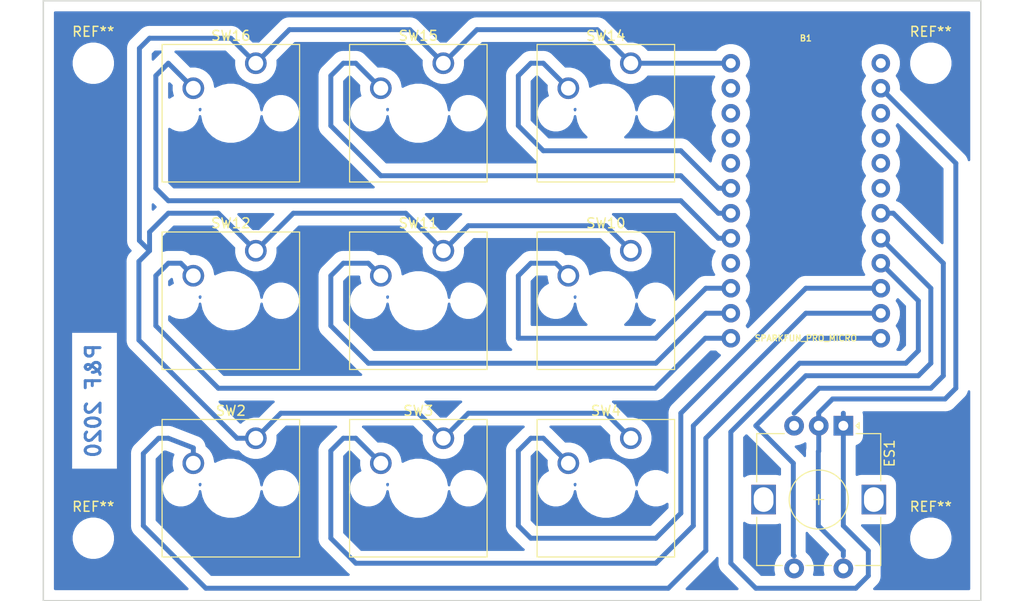
<source format=kicad_pcb>
(kicad_pcb (version 20171130) (host pcbnew 5.1.6-c6e7f7d~86~ubuntu18.04.1)

  (general
    (thickness 1.6)
    (drawings 5)
    (tracks 145)
    (zones 0)
    (modules 15)
    (nets 25)
  )

  (page A4)
  (layers
    (0 F.Cu signal)
    (31 B.Cu signal)
    (32 B.Adhes user)
    (33 F.Adhes user)
    (34 B.Paste user)
    (35 F.Paste user)
    (36 B.SilkS user)
    (37 F.SilkS user)
    (38 B.Mask user)
    (39 F.Mask user)
    (40 Dwgs.User user)
    (41 Cmts.User user)
    (42 Eco1.User user)
    (43 Eco2.User user)
    (44 Edge.Cuts user)
    (45 Margin user)
    (46 B.CrtYd user)
    (47 F.CrtYd user)
    (48 B.Fab user)
    (49 F.Fab user)
  )

  (setup
    (last_trace_width 0.5)
    (trace_clearance 0.2)
    (zone_clearance 0.508)
    (zone_45_only no)
    (trace_min 0.2)
    (via_size 0.8)
    (via_drill 0.4)
    (via_min_size 0.4)
    (via_min_drill 0.3)
    (uvia_size 0.3)
    (uvia_drill 0.1)
    (uvias_allowed no)
    (uvia_min_size 0.2)
    (uvia_min_drill 0.1)
    (edge_width 0.15)
    (segment_width 0.2)
    (pcb_text_width 0.5)
    (pcb_text_size 2 2)
    (mod_edge_width 0.15)
    (mod_text_size 1 1)
    (mod_text_width 0.15)
    (pad_size 2 2)
    (pad_drill 1)
    (pad_to_mask_clearance 0.051)
    (solder_mask_min_width 0.25)
    (aux_axis_origin 0 0)
    (visible_elements 7FFFFFFF)
    (pcbplotparams
      (layerselection 0x01000_7fffffff)
      (usegerberextensions false)
      (usegerberattributes false)
      (usegerberadvancedattributes false)
      (creategerberjobfile false)
      (excludeedgelayer true)
      (linewidth 0.100000)
      (plotframeref false)
      (viasonmask false)
      (mode 1)
      (useauxorigin false)
      (hpglpennumber 1)
      (hpglpenspeed 20)
      (hpglpendiameter 15.000000)
      (psnegative false)
      (psa4output false)
      (plotreference true)
      (plotvalue true)
      (plotinvisibletext false)
      (padsonsilk false)
      (subtractmaskfromsilk false)
      (outputformat 1)
      (mirror false)
      (drillshape 0)
      (scaleselection 1)
      (outputdirectory "Output/"))
  )

  (net 0 "")
  (net 1 "Net-(B1-Pad1)")
  (net 2 "Net-(B1-Pad2)")
  (net 3 "Net-(B1-Pad3)")
  (net 4 "Net-(B1-Pad4)")
  (net 5 "Net-(B1-Pad5)")
  (net 6 "Net-(B1-Pad6)")
  (net 7 "Net-(B1-Pad7)")
  (net 8 "Net-(B1-Pad8)")
  (net 9 "Net-(B1-Pad9)")
  (net 10 "Net-(B1-Pad10)")
  (net 11 "Net-(B1-Pad11)")
  (net 12 "Net-(B1-Pad12)")
  (net 13 "Net-(B1-Pad13)")
  (net 14 "Net-(B1-Pad14)")
  (net 15 "Net-(B1-Pad15)")
  (net 16 "Net-(B1-Pad16)")
  (net 17 "Net-(B1-Pad17)")
  (net 18 "Net-(B1-Pad18)")
  (net 19 "Net-(B1-Pad19)")
  (net 20 "Net-(B1-Pad20)")
  (net 21 "Net-(B1-Pad21)")
  (net 22 "Net-(B1-Pad22)")
  (net 23 "Net-(B1-Pad23)")
  (net 24 "Net-(B1-Pad24)")

  (net_class Default "Dies ist die voreingestellte Netzklasse."
    (clearance 0.2)
    (trace_width 0.5)
    (via_dia 0.8)
    (via_drill 0.4)
    (uvia_dia 0.3)
    (uvia_drill 0.1)
    (add_net "Net-(B1-Pad1)")
    (add_net "Net-(B1-Pad10)")
    (add_net "Net-(B1-Pad11)")
    (add_net "Net-(B1-Pad12)")
    (add_net "Net-(B1-Pad13)")
    (add_net "Net-(B1-Pad14)")
    (add_net "Net-(B1-Pad15)")
    (add_net "Net-(B1-Pad16)")
    (add_net "Net-(B1-Pad17)")
    (add_net "Net-(B1-Pad18)")
    (add_net "Net-(B1-Pad19)")
    (add_net "Net-(B1-Pad2)")
    (add_net "Net-(B1-Pad20)")
    (add_net "Net-(B1-Pad21)")
    (add_net "Net-(B1-Pad22)")
    (add_net "Net-(B1-Pad23)")
    (add_net "Net-(B1-Pad24)")
    (add_net "Net-(B1-Pad3)")
    (add_net "Net-(B1-Pad4)")
    (add_net "Net-(B1-Pad5)")
    (add_net "Net-(B1-Pad6)")
    (add_net "Net-(B1-Pad7)")
    (add_net "Net-(B1-Pad8)")
    (add_net "Net-(B1-Pad9)")
  )

  (module Rotary_Encoder:RotaryEncoder_Alps_EC12E-Switch_Vertical_H20mm (layer F.Cu) (tedit 5E8E2ED0) (tstamp 5E8E98CB)
    (at -31.75 -571.5 270)
    (descr "Alps rotary encoder, EC12E... with switch, vertical shaft, http://www.alps.com/prod/info/E/HTML/Encoder/Incremental/EC12E/EC12E1240405.html & http://cdn-reichelt.de/documents/datenblatt/F100/402097STEC12E08.PDF")
    (tags "rotary encoder")
    (path /5E8E9D97)
    (fp_text reference ES1 (at 2.8 -4.7 90) (layer F.SilkS)
      (effects (font (size 1 1) (thickness 0.15)))
    )
    (fp_text value ENCODER-SWITCH (at 7.5 10.4 90) (layer F.Fab)
      (effects (font (size 1 1) (thickness 0.15)))
    )
    (fp_line (start 7 2.5) (end 8 2.5) (layer F.SilkS) (width 0.12))
    (fp_line (start 7.5 2) (end 7.5 3) (layer F.SilkS) (width 0.12))
    (fp_line (start 14.2 6.2) (end 14.2 8.8) (layer F.SilkS) (width 0.12))
    (fp_line (start 14.2 1.2) (end 14.2 3.8) (layer F.SilkS) (width 0.12))
    (fp_line (start 14.2 -3.8) (end 14.2 -1.2) (layer F.SilkS) (width 0.12))
    (fp_line (start 4.5 2.5) (end 10.5 2.5) (layer F.Fab) (width 0.12))
    (fp_line (start 7.5 -0.5) (end 7.5 5.5) (layer F.Fab) (width 0.12))
    (fp_line (start 0.3 -1.6) (end 0 -1.3) (layer F.SilkS) (width 0.12))
    (fp_line (start -0.3 -1.6) (end 0.3 -1.6) (layer F.SilkS) (width 0.12))
    (fp_line (start 0 -1.3) (end -0.3 -1.6) (layer F.SilkS) (width 0.12))
    (fp_line (start 0.8 -3.8) (end 0.8 -1.3) (layer F.SilkS) (width 0.12))
    (fp_line (start 5.6 -3.8) (end 0.8 -3.8) (layer F.SilkS) (width 0.12))
    (fp_line (start 0.8 8.8) (end 0.8 6) (layer F.SilkS) (width 0.12))
    (fp_line (start 5.7 8.8) (end 0.8 8.8) (layer F.SilkS) (width 0.12))
    (fp_line (start 14.2 8.8) (end 9.3 8.8) (layer F.SilkS) (width 0.12))
    (fp_line (start 9.3 -3.8) (end 14.2 -3.8) (layer F.SilkS) (width 0.12))
    (fp_line (start 0.9 -2.6) (end 1.9 -3.7) (layer F.Fab) (width 0.12))
    (fp_line (start 0.9 8.7) (end 0.9 -2.6) (layer F.Fab) (width 0.12))
    (fp_line (start 14.1 8.7) (end 0.9 8.7) (layer F.Fab) (width 0.12))
    (fp_line (start 14.1 -3.7) (end 14.1 8.7) (layer F.Fab) (width 0.12))
    (fp_line (start 1.9 -3.7) (end 14.1 -3.7) (layer F.Fab) (width 0.12))
    (fp_line (start -1.5 -4.85) (end 16 -4.85) (layer F.CrtYd) (width 0.05))
    (fp_line (start -1.5 -4.85) (end -1.5 9.85) (layer F.CrtYd) (width 0.05))
    (fp_line (start 16 9.85) (end 16 -4.85) (layer F.CrtYd) (width 0.05))
    (fp_line (start 16 9.85) (end -1.5 9.85) (layer F.CrtYd) (width 0.05))
    (fp_circle (center 7.5 2.5) (end 10.5 2.5) (layer F.SilkS) (width 0.12))
    (fp_circle (center 7.5 2.5) (end 10.5 2.5) (layer F.Fab) (width 0.12))
    (fp_text user %R (at 11.5 6.6 90) (layer F.Fab)
      (effects (font (size 1 1) (thickness 0.15)))
    )
    (pad A thru_hole rect (at 0 0 270) (size 2 2) (drill 1) (layers *.Cu *.Mask)
      (net 16 "Net-(B1-Pad16)"))
    (pad C thru_hole circle (at 0 2.5 270) (size 2 2) (drill 1) (layers *.Cu *.Mask)
      (net 23 "Net-(B1-Pad23)"))
    (pad B thru_hole circle (at 0 5 270) (size 2 2) (drill 1) (layers *.Cu *.Mask)
      (net 18 "Net-(B1-Pad18)"))
    (pad MP thru_hole rect (at 7.5 -3.1 270) (size 3 2.5) (drill oval 2.5 2) (layers *.Cu *.Mask))
    (pad MP thru_hole rect (at 7.5 8.1 270) (size 3 2.5) (drill oval 2.5 2) (layers *.Cu *.Mask))
    (pad SW- thru_hole circle (at 14.5 0 270) (size 2 2) (drill 1) (layers *.Cu *.Mask)
      (net 23 "Net-(B1-Pad23)"))
    (pad SW+ thru_hole circle (at 14.5 5 270) (size 2 2) (drill 1) (layers *.Cu *.Mask)
      (net 17 "Net-(B1-Pad17)"))
    (model ${KISYS3DMOD}/Rotary_Encoder.3dshapes/RotaryEncoder_Alps_EC12E-Switch_Vertical_H20mm.wrl
      (at (xyz 0 0 0))
      (scale (xyz 1 1 1))
      (rotate (xyz 0 0 0))
    )
  )

  (module Boards:SPARKFUN_PRO_MICRO (layer F.Cu) (tedit 200000) (tstamp 5E77B875)
    (at -35.56 -595.63)
    (descr "SPARKFUN PRO MICO FOOTPRINT (WITH USB CONNECTOR)")
    (tags "SPARKFUN PRO MICO FOOTPRINT (WITH USB CONNECTOR)")
    (path /5E762F4F)
    (attr virtual)
    (fp_text reference B1 (at 0 -15.24) (layer F.SilkS)
      (effects (font (size 0.6096 0.6096) (thickness 0.127)))
    )
    (fp_text value SPARKFUN_PRO_MICRO (at 0 15.24) (layer F.SilkS)
      (effects (font (size 0.6096 0.6096) (thickness 0.127)))
    )
    (fp_line (start 3.81 -17.78) (end 3.81 -16.51) (layer Dwgs.User) (width 0.127))
    (fp_line (start -3.81 -17.78) (end 3.81 -17.78) (layer Dwgs.User) (width 0.127))
    (fp_line (start -3.81 -16.51) (end -3.81 -17.78) (layer Dwgs.User) (width 0.127))
    (fp_line (start 8.89 -16.51) (end -8.89 -16.51) (layer Dwgs.User) (width 0.127))
    (fp_line (start 8.89 16.51) (end 8.89 -16.51) (layer Dwgs.User) (width 0.127))
    (fp_line (start -8.89 16.51) (end 8.89 16.51) (layer Dwgs.User) (width 0.127))
    (fp_line (start -8.89 -16.51) (end -8.89 16.51) (layer Dwgs.User) (width 0.127))
    (fp_text user USB (at -0.0508 -16.9164) (layer Dwgs.User)
      (effects (font (size 0.8128 0.8128) (thickness 0.1524)))
    )
    (pad 1 thru_hole circle (at -7.62 -12.7) (size 1.8796 1.8796) (drill 1.016) (layers *.Cu *.Mask)
      (net 1 "Net-(B1-Pad1)") (solder_mask_margin 0.1016))
    (pad 2 thru_hole circle (at -7.62 -10.16) (size 1.8796 1.8796) (drill 1.016) (layers *.Cu *.Mask)
      (net 2 "Net-(B1-Pad2)") (solder_mask_margin 0.1016))
    (pad 3 thru_hole circle (at -7.62 -7.62) (size 1.8796 1.8796) (drill 1.016) (layers *.Cu *.Mask)
      (net 3 "Net-(B1-Pad3)") (solder_mask_margin 0.1016))
    (pad 4 thru_hole circle (at -7.62 -5.08) (size 1.8796 1.8796) (drill 1.016) (layers *.Cu *.Mask)
      (net 4 "Net-(B1-Pad4)") (solder_mask_margin 0.1016))
    (pad 5 thru_hole circle (at -7.62 -2.54) (size 1.8796 1.8796) (drill 1.016) (layers *.Cu *.Mask)
      (net 5 "Net-(B1-Pad5)") (solder_mask_margin 0.1016))
    (pad 6 thru_hole circle (at -7.62 0) (size 1.8796 1.8796) (drill 1.016) (layers *.Cu *.Mask)
      (net 6 "Net-(B1-Pad6)") (solder_mask_margin 0.1016))
    (pad 7 thru_hole circle (at -7.62 2.54) (size 1.8796 1.8796) (drill 1.016) (layers *.Cu *.Mask)
      (net 7 "Net-(B1-Pad7)") (solder_mask_margin 0.1016))
    (pad 8 thru_hole circle (at -7.62 5.08) (size 1.8796 1.8796) (drill 1.016) (layers *.Cu *.Mask)
      (net 8 "Net-(B1-Pad8)") (solder_mask_margin 0.1016))
    (pad 9 thru_hole circle (at -7.62 7.62) (size 1.8796 1.8796) (drill 1.016) (layers *.Cu *.Mask)
      (net 9 "Net-(B1-Pad9)") (solder_mask_margin 0.1016))
    (pad 10 thru_hole circle (at -7.62 10.16) (size 1.8796 1.8796) (drill 1.016) (layers *.Cu *.Mask)
      (net 10 "Net-(B1-Pad10)") (solder_mask_margin 0.1016))
    (pad 11 thru_hole circle (at -7.62 12.7) (size 1.8796 1.8796) (drill 1.016) (layers *.Cu *.Mask)
      (net 11 "Net-(B1-Pad11)") (solder_mask_margin 0.1016))
    (pad 12 thru_hole circle (at -7.62 15.24) (size 1.8796 1.8796) (drill 1.016) (layers *.Cu *.Mask)
      (net 12 "Net-(B1-Pad12)") (solder_mask_margin 0.1016))
    (pad 13 thru_hole circle (at 7.62 15.24) (size 1.8796 1.8796) (drill 1.016) (layers *.Cu *.Mask)
      (net 13 "Net-(B1-Pad13)") (solder_mask_margin 0.1016))
    (pad 14 thru_hole circle (at 7.62 12.7) (size 1.8796 1.8796) (drill 1.016) (layers *.Cu *.Mask)
      (net 14 "Net-(B1-Pad14)") (solder_mask_margin 0.1016))
    (pad 15 thru_hole circle (at 7.62 10.16) (size 1.8796 1.8796) (drill 1.016) (layers *.Cu *.Mask)
      (net 15 "Net-(B1-Pad15)") (solder_mask_margin 0.1016))
    (pad 16 thru_hole circle (at 7.62 7.62) (size 1.8796 1.8796) (drill 1.016) (layers *.Cu *.Mask)
      (net 16 "Net-(B1-Pad16)") (solder_mask_margin 0.1016))
    (pad 17 thru_hole circle (at 7.62 5.08) (size 1.8796 1.8796) (drill 1.016) (layers *.Cu *.Mask)
      (net 17 "Net-(B1-Pad17)") (solder_mask_margin 0.1016))
    (pad 18 thru_hole circle (at 7.62 2.54) (size 1.8796 1.8796) (drill 1.016) (layers *.Cu *.Mask)
      (net 18 "Net-(B1-Pad18)") (solder_mask_margin 0.1016))
    (pad 19 thru_hole circle (at 7.62 0) (size 1.8796 1.8796) (drill 1.016) (layers *.Cu *.Mask)
      (net 19 "Net-(B1-Pad19)") (solder_mask_margin 0.1016))
    (pad 20 thru_hole circle (at 7.62 -2.54) (size 1.8796 1.8796) (drill 1.016) (layers *.Cu *.Mask)
      (net 20 "Net-(B1-Pad20)") (solder_mask_margin 0.1016))
    (pad 21 thru_hole circle (at 7.62 -5.08) (size 1.8796 1.8796) (drill 1.016) (layers *.Cu *.Mask)
      (net 21 "Net-(B1-Pad21)") (solder_mask_margin 0.1016))
    (pad 22 thru_hole circle (at 7.62 -7.62) (size 1.8796 1.8796) (drill 1.016) (layers *.Cu *.Mask)
      (net 22 "Net-(B1-Pad22)") (solder_mask_margin 0.1016))
    (pad 23 thru_hole circle (at 7.62 -10.16) (size 1.8796 1.8796) (drill 1.016) (layers *.Cu *.Mask)
      (net 23 "Net-(B1-Pad23)") (solder_mask_margin 0.1016))
    (pad 24 thru_hole circle (at 7.62 -12.7) (size 1.8796 1.8796) (drill 1.016) (layers *.Cu *.Mask)
      (net 24 "Net-(B1-Pad24)") (solder_mask_margin 0.1016))
  )

  (module MountingHole:MountingHole_2.2mm_M2 (layer F.Cu) (tedit 56D1B4CB) (tstamp 5E8C07F4)
    (at -22.86 -560.07)
    (descr "Mounting Hole 2.2mm, no annular, M2")
    (tags "mounting hole 2.2mm no annular m2")
    (attr virtual)
    (fp_text reference REF** (at 0 -3.2) (layer F.SilkS)
      (effects (font (size 1 1) (thickness 0.15)))
    )
    (fp_text value MountingHole_2.2mm_M2 (at 0 3.2) (layer F.Fab)
      (effects (font (size 1 1) (thickness 0.15)))
    )
    (fp_circle (center 0 0) (end 2.2 0) (layer Cmts.User) (width 0.15))
    (fp_circle (center 0 0) (end 2.45 0) (layer F.CrtYd) (width 0.05))
    (fp_text user %R (at 0.3 0) (layer F.Fab)
      (effects (font (size 1 1) (thickness 0.15)))
    )
    (pad 1 np_thru_hole circle (at 0 0) (size 2.2 2.2) (drill 2.2) (layers *.Cu *.Mask))
  )

  (module MountingHole:MountingHole_2.2mm_M2 (layer F.Cu) (tedit 56D1B4CB) (tstamp 5E8C07C3)
    (at -22.86 -608.33)
    (descr "Mounting Hole 2.2mm, no annular, M2")
    (tags "mounting hole 2.2mm no annular m2")
    (attr virtual)
    (fp_text reference REF** (at 0 -3.2) (layer F.SilkS)
      (effects (font (size 1 1) (thickness 0.15)))
    )
    (fp_text value MountingHole_2.2mm_M2 (at 0 3.2) (layer F.Fab)
      (effects (font (size 1 1) (thickness 0.15)))
    )
    (fp_circle (center 0 0) (end 2.45 0) (layer F.CrtYd) (width 0.05))
    (fp_circle (center 0 0) (end 2.2 0) (layer Cmts.User) (width 0.15))
    (fp_text user %R (at 0.3 0) (layer F.Fab)
      (effects (font (size 1 1) (thickness 0.15)))
    )
    (pad 1 np_thru_hole circle (at 0 0) (size 2.2 2.2) (drill 2.2) (layers *.Cu *.Mask))
  )

  (module MountingHole:MountingHole_2.2mm_M2 (layer F.Cu) (tedit 56D1B4CB) (tstamp 5E8C07AB)
    (at -107.95 -560.07)
    (descr "Mounting Hole 2.2mm, no annular, M2")
    (tags "mounting hole 2.2mm no annular m2")
    (attr virtual)
    (fp_text reference REF** (at 0 -3.2) (layer F.SilkS)
      (effects (font (size 1 1) (thickness 0.15)))
    )
    (fp_text value MountingHole_2.2mm_M2 (at 0 3.2) (layer F.Fab)
      (effects (font (size 1 1) (thickness 0.15)))
    )
    (fp_circle (center 0 0) (end 2.45 0) (layer F.CrtYd) (width 0.05))
    (fp_circle (center 0 0) (end 2.2 0) (layer Cmts.User) (width 0.15))
    (fp_text user %R (at 1.27 0) (layer F.Fab)
      (effects (font (size 1 1) (thickness 0.15)))
    )
    (pad 1 np_thru_hole circle (at 0 0) (size 2.2 2.2) (drill 2.2) (layers *.Cu *.Mask))
  )

  (module Button_Switch_Keyboard:SW_Cherry_MX1A_1.00u_PCB (layer F.Cu) (tedit 5A02FE24) (tstamp 5E7BF1A5)
    (at -53.34 -608.33)
    (descr "Cherry MX keyswitch, MX1A, 1.00u, PCB mount, http://cherryamericas.com/wp-content/uploads/2014/12/mx_cat.pdf")
    (tags "cherry mx keyswitch MX1A 1.00u PCB")
    (path /5E763323)
    (fp_text reference SW14 (at -2.54 -2.794) (layer F.SilkS)
      (effects (font (size 1 1) (thickness 0.15)))
    )
    (fp_text value SW_SPST (at -2.54 12.954) (layer F.Fab)
      (effects (font (size 1 1) (thickness 0.15)))
    )
    (fp_line (start -9.525 12.065) (end -9.525 -1.905) (layer F.SilkS) (width 0.12))
    (fp_line (start 4.445 12.065) (end -9.525 12.065) (layer F.SilkS) (width 0.12))
    (fp_line (start 4.445 -1.905) (end 4.445 12.065) (layer F.SilkS) (width 0.12))
    (fp_line (start -9.525 -1.905) (end 4.445 -1.905) (layer F.SilkS) (width 0.12))
    (fp_line (start -12.065 14.605) (end -12.065 -4.445) (layer Dwgs.User) (width 0.15))
    (fp_line (start 6.985 14.605) (end -12.065 14.605) (layer Dwgs.User) (width 0.15))
    (fp_line (start 6.985 -4.445) (end 6.985 14.605) (layer Dwgs.User) (width 0.15))
    (fp_line (start -12.065 -4.445) (end 6.985 -4.445) (layer Dwgs.User) (width 0.15))
    (fp_line (start -9.14 -1.52) (end 4.06 -1.52) (layer F.CrtYd) (width 0.05))
    (fp_line (start 4.06 -1.52) (end 4.06 11.68) (layer F.CrtYd) (width 0.05))
    (fp_line (start 4.06 11.68) (end -9.14 11.68) (layer F.CrtYd) (width 0.05))
    (fp_line (start -9.14 11.68) (end -9.14 -1.52) (layer F.CrtYd) (width 0.05))
    (fp_line (start -8.89 11.43) (end -8.89 -1.27) (layer F.Fab) (width 0.15))
    (fp_line (start 3.81 11.43) (end -8.89 11.43) (layer F.Fab) (width 0.15))
    (fp_line (start 3.81 -1.27) (end 3.81 11.43) (layer F.Fab) (width 0.15))
    (fp_line (start -8.89 -1.27) (end 3.81 -1.27) (layer F.Fab) (width 0.15))
    (fp_text user %R (at -2.54 -2.794) (layer F.Fab)
      (effects (font (size 1 1) (thickness 0.15)))
    )
    (pad 1 thru_hole circle (at 0 0) (size 2.2 2.2) (drill 1.5) (layers *.Cu *.Mask)
      (net 1 "Net-(B1-Pad1)"))
    (pad 2 thru_hole circle (at -6.35 2.54) (size 2.2 2.2) (drill 1.5) (layers *.Cu *.Mask)
      (net 6 "Net-(B1-Pad6)"))
    (pad "" np_thru_hole circle (at -2.54 5.08) (size 4 4) (drill 4) (layers *.Cu *.Mask))
    (pad "" np_thru_hole circle (at -7.62 5.08) (size 1.7 1.7) (drill 1.7) (layers *.Cu *.Mask))
    (pad "" np_thru_hole circle (at 2.54 5.08) (size 1.7 1.7) (drill 1.7) (layers *.Cu *.Mask))
    (model ${KISYS3DMOD}/Button_Switch_Keyboard.3dshapes/SW_Cherry_MX1A_1.00u_PCB.wrl
      (at (xyz 0 0 0))
      (scale (xyz 1 1 1))
      (rotate (xyz 0 0 0))
    )
  )

  (module Button_Switch_Keyboard:SW_Cherry_MX1A_1.00u_PCB (layer F.Cu) (tedit 5A02FE24) (tstamp 5E7BF1D7)
    (at -91.44 -608.33)
    (descr "Cherry MX keyswitch, MX1A, 1.00u, PCB mount, http://cherryamericas.com/wp-content/uploads/2014/12/mx_cat.pdf")
    (tags "cherry mx keyswitch MX1A 1.00u PCB")
    (path /5E7633F5)
    (fp_text reference SW16 (at -2.54 -2.794) (layer F.SilkS)
      (effects (font (size 1 1) (thickness 0.15)))
    )
    (fp_text value SW_SPST (at -2.54 12.954) (layer F.Fab)
      (effects (font (size 1 1) (thickness 0.15)))
    )
    (fp_line (start -9.525 12.065) (end -9.525 -1.905) (layer F.SilkS) (width 0.12))
    (fp_line (start 4.445 12.065) (end -9.525 12.065) (layer F.SilkS) (width 0.12))
    (fp_line (start 4.445 -1.905) (end 4.445 12.065) (layer F.SilkS) (width 0.12))
    (fp_line (start -9.525 -1.905) (end 4.445 -1.905) (layer F.SilkS) (width 0.12))
    (fp_line (start -12.065 14.605) (end -12.065 -4.445) (layer Dwgs.User) (width 0.15))
    (fp_line (start 6.985 14.605) (end -12.065 14.605) (layer Dwgs.User) (width 0.15))
    (fp_line (start 6.985 -4.445) (end 6.985 14.605) (layer Dwgs.User) (width 0.15))
    (fp_line (start -12.065 -4.445) (end 6.985 -4.445) (layer Dwgs.User) (width 0.15))
    (fp_line (start -9.14 -1.52) (end 4.06 -1.52) (layer F.CrtYd) (width 0.05))
    (fp_line (start 4.06 -1.52) (end 4.06 11.68) (layer F.CrtYd) (width 0.05))
    (fp_line (start 4.06 11.68) (end -9.14 11.68) (layer F.CrtYd) (width 0.05))
    (fp_line (start -9.14 11.68) (end -9.14 -1.52) (layer F.CrtYd) (width 0.05))
    (fp_line (start -8.89 11.43) (end -8.89 -1.27) (layer F.Fab) (width 0.15))
    (fp_line (start 3.81 11.43) (end -8.89 11.43) (layer F.Fab) (width 0.15))
    (fp_line (start 3.81 -1.27) (end 3.81 11.43) (layer F.Fab) (width 0.15))
    (fp_line (start -8.89 -1.27) (end 3.81 -1.27) (layer F.Fab) (width 0.15))
    (fp_text user %R (at -2.54 -2.794) (layer F.Fab)
      (effects (font (size 1 1) (thickness 0.15)))
    )
    (pad 1 thru_hole circle (at 0 0) (size 2.2 2.2) (drill 1.5) (layers *.Cu *.Mask)
      (net 1 "Net-(B1-Pad1)"))
    (pad 2 thru_hole circle (at -6.35 2.54) (size 2.2 2.2) (drill 1.5) (layers *.Cu *.Mask)
      (net 8 "Net-(B1-Pad8)"))
    (pad "" np_thru_hole circle (at -2.54 5.08) (size 4 4) (drill 4) (layers *.Cu *.Mask))
    (pad "" np_thru_hole circle (at -7.62 5.08) (size 1.7 1.7) (drill 1.7) (layers *.Cu *.Mask))
    (pad "" np_thru_hole circle (at 2.54 5.08) (size 1.7 1.7) (drill 1.7) (layers *.Cu *.Mask))
    (model ${KISYS3DMOD}/Button_Switch_Keyboard.3dshapes/SW_Cherry_MX1A_1.00u_PCB.wrl
      (at (xyz 0 0 0))
      (scale (xyz 1 1 1))
      (rotate (xyz 0 0 0))
    )
  )

  (module Button_Switch_Keyboard:SW_Cherry_MX1A_1.00u_PCB (layer F.Cu) (tedit 5A02FE24) (tstamp 5E7BF1BE)
    (at -72.39 -608.33)
    (descr "Cherry MX keyswitch, MX1A, 1.00u, PCB mount, http://cherryamericas.com/wp-content/uploads/2014/12/mx_cat.pdf")
    (tags "cherry mx keyswitch MX1A 1.00u PCB")
    (path /5E76333B)
    (fp_text reference SW15 (at -2.54 -2.794) (layer F.SilkS)
      (effects (font (size 1 1) (thickness 0.15)))
    )
    (fp_text value SW_SPST (at -2.54 12.954) (layer F.Fab)
      (effects (font (size 1 1) (thickness 0.15)))
    )
    (fp_line (start -8.89 -1.27) (end 3.81 -1.27) (layer F.Fab) (width 0.15))
    (fp_line (start 3.81 -1.27) (end 3.81 11.43) (layer F.Fab) (width 0.15))
    (fp_line (start 3.81 11.43) (end -8.89 11.43) (layer F.Fab) (width 0.15))
    (fp_line (start -8.89 11.43) (end -8.89 -1.27) (layer F.Fab) (width 0.15))
    (fp_line (start -9.14 11.68) (end -9.14 -1.52) (layer F.CrtYd) (width 0.05))
    (fp_line (start 4.06 11.68) (end -9.14 11.68) (layer F.CrtYd) (width 0.05))
    (fp_line (start 4.06 -1.52) (end 4.06 11.68) (layer F.CrtYd) (width 0.05))
    (fp_line (start -9.14 -1.52) (end 4.06 -1.52) (layer F.CrtYd) (width 0.05))
    (fp_line (start -12.065 -4.445) (end 6.985 -4.445) (layer Dwgs.User) (width 0.15))
    (fp_line (start 6.985 -4.445) (end 6.985 14.605) (layer Dwgs.User) (width 0.15))
    (fp_line (start 6.985 14.605) (end -12.065 14.605) (layer Dwgs.User) (width 0.15))
    (fp_line (start -12.065 14.605) (end -12.065 -4.445) (layer Dwgs.User) (width 0.15))
    (fp_line (start -9.525 -1.905) (end 4.445 -1.905) (layer F.SilkS) (width 0.12))
    (fp_line (start 4.445 -1.905) (end 4.445 12.065) (layer F.SilkS) (width 0.12))
    (fp_line (start 4.445 12.065) (end -9.525 12.065) (layer F.SilkS) (width 0.12))
    (fp_line (start -9.525 12.065) (end -9.525 -1.905) (layer F.SilkS) (width 0.12))
    (fp_text user %R (at -2.54 -2.794) (layer F.Fab)
      (effects (font (size 1 1) (thickness 0.15)))
    )
    (pad "" np_thru_hole circle (at 2.54 5.08) (size 1.7 1.7) (drill 1.7) (layers *.Cu *.Mask))
    (pad "" np_thru_hole circle (at -7.62 5.08) (size 1.7 1.7) (drill 1.7) (layers *.Cu *.Mask))
    (pad "" np_thru_hole circle (at -2.54 5.08) (size 4 4) (drill 4) (layers *.Cu *.Mask))
    (pad 2 thru_hole circle (at -6.35 2.54) (size 2.2 2.2) (drill 1.5) (layers *.Cu *.Mask)
      (net 7 "Net-(B1-Pad7)"))
    (pad 1 thru_hole circle (at 0 0) (size 2.2 2.2) (drill 1.5) (layers *.Cu *.Mask)
      (net 1 "Net-(B1-Pad1)"))
    (model ${KISYS3DMOD}/Button_Switch_Keyboard.3dshapes/SW_Cherry_MX1A_1.00u_PCB.wrl
      (at (xyz 0 0 0))
      (scale (xyz 1 1 1))
      (rotate (xyz 0 0 0))
    )
  )

  (module Button_Switch_Keyboard:SW_Cherry_MX1A_1.00u_PCB (layer F.Cu) (tedit 5A02FE24) (tstamp 5E7BF18C)
    (at -91.44 -589.28)
    (descr "Cherry MX keyswitch, MX1A, 1.00u, PCB mount, http://cherryamericas.com/wp-content/uploads/2014/12/mx_cat.pdf")
    (tags "cherry mx keyswitch MX1A 1.00u PCB")
    (path /5E763524)
    (fp_text reference SW12 (at -2.54 -2.794) (layer F.SilkS)
      (effects (font (size 1 1) (thickness 0.15)))
    )
    (fp_text value SW_SPST (at -2.54 12.954) (layer F.Fab)
      (effects (font (size 1 1) (thickness 0.15)))
    )
    (fp_line (start -8.89 -1.27) (end 3.81 -1.27) (layer F.Fab) (width 0.15))
    (fp_line (start 3.81 -1.27) (end 3.81 11.43) (layer F.Fab) (width 0.15))
    (fp_line (start 3.81 11.43) (end -8.89 11.43) (layer F.Fab) (width 0.15))
    (fp_line (start -8.89 11.43) (end -8.89 -1.27) (layer F.Fab) (width 0.15))
    (fp_line (start -9.14 11.68) (end -9.14 -1.52) (layer F.CrtYd) (width 0.05))
    (fp_line (start 4.06 11.68) (end -9.14 11.68) (layer F.CrtYd) (width 0.05))
    (fp_line (start 4.06 -1.52) (end 4.06 11.68) (layer F.CrtYd) (width 0.05))
    (fp_line (start -9.14 -1.52) (end 4.06 -1.52) (layer F.CrtYd) (width 0.05))
    (fp_line (start -12.065 -4.445) (end 6.985 -4.445) (layer Dwgs.User) (width 0.15))
    (fp_line (start 6.985 -4.445) (end 6.985 14.605) (layer Dwgs.User) (width 0.15))
    (fp_line (start 6.985 14.605) (end -12.065 14.605) (layer Dwgs.User) (width 0.15))
    (fp_line (start -12.065 14.605) (end -12.065 -4.445) (layer Dwgs.User) (width 0.15))
    (fp_line (start -9.525 -1.905) (end 4.445 -1.905) (layer F.SilkS) (width 0.12))
    (fp_line (start 4.445 -1.905) (end 4.445 12.065) (layer F.SilkS) (width 0.12))
    (fp_line (start 4.445 12.065) (end -9.525 12.065) (layer F.SilkS) (width 0.12))
    (fp_line (start -9.525 12.065) (end -9.525 -1.905) (layer F.SilkS) (width 0.12))
    (fp_text user %R (at -2.54 -2.794) (layer F.Fab)
      (effects (font (size 1 1) (thickness 0.15)))
    )
    (pad "" np_thru_hole circle (at 2.54 5.08) (size 1.7 1.7) (drill 1.7) (layers *.Cu *.Mask))
    (pad "" np_thru_hole circle (at -7.62 5.08) (size 1.7 1.7) (drill 1.7) (layers *.Cu *.Mask))
    (pad "" np_thru_hole circle (at -2.54 5.08) (size 4 4) (drill 4) (layers *.Cu *.Mask))
    (pad 2 thru_hole circle (at -6.35 2.54) (size 2.2 2.2) (drill 1.5) (layers *.Cu *.Mask)
      (net 12 "Net-(B1-Pad12)"))
    (pad 1 thru_hole circle (at 0 0) (size 2.2 2.2) (drill 1.5) (layers *.Cu *.Mask)
      (net 1 "Net-(B1-Pad1)"))
    (model ${KISYS3DMOD}/Button_Switch_Keyboard.3dshapes/SW_Cherry_MX1A_1.00u_PCB.wrl
      (at (xyz 0 0 0))
      (scale (xyz 1 1 1))
      (rotate (xyz 0 0 0))
    )
  )

  (module Button_Switch_Keyboard:SW_Cherry_MX1A_1.00u_PCB (layer F.Cu) (tedit 5A02FE24) (tstamp 5E7BF173)
    (at -72.39 -589.28)
    (descr "Cherry MX keyswitch, MX1A, 1.00u, PCB mount, http://cherryamericas.com/wp-content/uploads/2014/12/mx_cat.pdf")
    (tags "cherry mx keyswitch MX1A 1.00u PCB")
    (path /5E76351D)
    (fp_text reference SW11 (at -2.54 -2.794) (layer F.SilkS)
      (effects (font (size 1 1) (thickness 0.15)))
    )
    (fp_text value SW_SPST (at -2.54 12.954) (layer F.Fab)
      (effects (font (size 1 1) (thickness 0.15)))
    )
    (fp_line (start -9.525 12.065) (end -9.525 -1.905) (layer F.SilkS) (width 0.12))
    (fp_line (start 4.445 12.065) (end -9.525 12.065) (layer F.SilkS) (width 0.12))
    (fp_line (start 4.445 -1.905) (end 4.445 12.065) (layer F.SilkS) (width 0.12))
    (fp_line (start -9.525 -1.905) (end 4.445 -1.905) (layer F.SilkS) (width 0.12))
    (fp_line (start -12.065 14.605) (end -12.065 -4.445) (layer Dwgs.User) (width 0.15))
    (fp_line (start 6.985 14.605) (end -12.065 14.605) (layer Dwgs.User) (width 0.15))
    (fp_line (start 6.985 -4.445) (end 6.985 14.605) (layer Dwgs.User) (width 0.15))
    (fp_line (start -12.065 -4.445) (end 6.985 -4.445) (layer Dwgs.User) (width 0.15))
    (fp_line (start -9.14 -1.52) (end 4.06 -1.52) (layer F.CrtYd) (width 0.05))
    (fp_line (start 4.06 -1.52) (end 4.06 11.68) (layer F.CrtYd) (width 0.05))
    (fp_line (start 4.06 11.68) (end -9.14 11.68) (layer F.CrtYd) (width 0.05))
    (fp_line (start -9.14 11.68) (end -9.14 -1.52) (layer F.CrtYd) (width 0.05))
    (fp_line (start -8.89 11.43) (end -8.89 -1.27) (layer F.Fab) (width 0.15))
    (fp_line (start 3.81 11.43) (end -8.89 11.43) (layer F.Fab) (width 0.15))
    (fp_line (start 3.81 -1.27) (end 3.81 11.43) (layer F.Fab) (width 0.15))
    (fp_line (start -8.89 -1.27) (end 3.81 -1.27) (layer F.Fab) (width 0.15))
    (fp_text user %R (at -2.54 -2.794) (layer F.Fab)
      (effects (font (size 1 1) (thickness 0.15)))
    )
    (pad 1 thru_hole circle (at 0 0) (size 2.2 2.2) (drill 1.5) (layers *.Cu *.Mask)
      (net 1 "Net-(B1-Pad1)"))
    (pad 2 thru_hole circle (at -6.35 2.54) (size 2.2 2.2) (drill 1.5) (layers *.Cu *.Mask)
      (net 11 "Net-(B1-Pad11)"))
    (pad "" np_thru_hole circle (at -2.54 5.08) (size 4 4) (drill 4) (layers *.Cu *.Mask))
    (pad "" np_thru_hole circle (at -7.62 5.08) (size 1.7 1.7) (drill 1.7) (layers *.Cu *.Mask))
    (pad "" np_thru_hole circle (at 2.54 5.08) (size 1.7 1.7) (drill 1.7) (layers *.Cu *.Mask))
    (model ${KISYS3DMOD}/Button_Switch_Keyboard.3dshapes/SW_Cherry_MX1A_1.00u_PCB.wrl
      (at (xyz 0 0 0))
      (scale (xyz 1 1 1))
      (rotate (xyz 0 0 0))
    )
  )

  (module Button_Switch_Keyboard:SW_Cherry_MX1A_1.00u_PCB (layer F.Cu) (tedit 5A02FE24) (tstamp 5E7BF15A)
    (at -53.34 -589.28)
    (descr "Cherry MX keyswitch, MX1A, 1.00u, PCB mount, http://cherryamericas.com/wp-content/uploads/2014/12/mx_cat.pdf")
    (tags "cherry mx keyswitch MX1A 1.00u PCB")
    (path /5E763516)
    (fp_text reference SW10 (at -2.54 -2.794) (layer F.SilkS)
      (effects (font (size 1 1) (thickness 0.15)))
    )
    (fp_text value SW_SPST (at -2.54 12.954) (layer F.Fab)
      (effects (font (size 1 1) (thickness 0.15)))
    )
    (fp_line (start -8.89 -1.27) (end 3.81 -1.27) (layer F.Fab) (width 0.15))
    (fp_line (start 3.81 -1.27) (end 3.81 11.43) (layer F.Fab) (width 0.15))
    (fp_line (start 3.81 11.43) (end -8.89 11.43) (layer F.Fab) (width 0.15))
    (fp_line (start -8.89 11.43) (end -8.89 -1.27) (layer F.Fab) (width 0.15))
    (fp_line (start -9.14 11.68) (end -9.14 -1.52) (layer F.CrtYd) (width 0.05))
    (fp_line (start 4.06 11.68) (end -9.14 11.68) (layer F.CrtYd) (width 0.05))
    (fp_line (start 4.06 -1.52) (end 4.06 11.68) (layer F.CrtYd) (width 0.05))
    (fp_line (start -9.14 -1.52) (end 4.06 -1.52) (layer F.CrtYd) (width 0.05))
    (fp_line (start -12.065 -4.445) (end 6.985 -4.445) (layer Dwgs.User) (width 0.15))
    (fp_line (start 6.985 -4.445) (end 6.985 14.605) (layer Dwgs.User) (width 0.15))
    (fp_line (start 6.985 14.605) (end -12.065 14.605) (layer Dwgs.User) (width 0.15))
    (fp_line (start -12.065 14.605) (end -12.065 -4.445) (layer Dwgs.User) (width 0.15))
    (fp_line (start -9.525 -1.905) (end 4.445 -1.905) (layer F.SilkS) (width 0.12))
    (fp_line (start 4.445 -1.905) (end 4.445 12.065) (layer F.SilkS) (width 0.12))
    (fp_line (start 4.445 12.065) (end -9.525 12.065) (layer F.SilkS) (width 0.12))
    (fp_line (start -9.525 12.065) (end -9.525 -1.905) (layer F.SilkS) (width 0.12))
    (fp_text user %R (at -2.54 -2.794) (layer F.Fab)
      (effects (font (size 1 1) (thickness 0.15)))
    )
    (pad "" np_thru_hole circle (at 2.54 5.08) (size 1.7 1.7) (drill 1.7) (layers *.Cu *.Mask))
    (pad "" np_thru_hole circle (at -7.62 5.08) (size 1.7 1.7) (drill 1.7) (layers *.Cu *.Mask))
    (pad "" np_thru_hole circle (at -2.54 5.08) (size 4 4) (drill 4) (layers *.Cu *.Mask))
    (pad 2 thru_hole circle (at -6.35 2.54) (size 2.2 2.2) (drill 1.5) (layers *.Cu *.Mask)
      (net 10 "Net-(B1-Pad10)"))
    (pad 1 thru_hole circle (at 0 0) (size 2.2 2.2) (drill 1.5) (layers *.Cu *.Mask)
      (net 1 "Net-(B1-Pad1)"))
    (model ${KISYS3DMOD}/Button_Switch_Keyboard.3dshapes/SW_Cherry_MX1A_1.00u_PCB.wrl
      (at (xyz 0 0 0))
      (scale (xyz 1 1 1))
      (rotate (xyz 0 0 0))
    )
  )

  (module Button_Switch_Keyboard:SW_Cherry_MX1A_1.00u_PCB (layer F.Cu) (tedit 5A02FE24) (tstamp 5E7BF141)
    (at -53.34 -570.23)
    (descr "Cherry MX keyswitch, MX1A, 1.00u, PCB mount, http://cherryamericas.com/wp-content/uploads/2014/12/mx_cat.pdf")
    (tags "cherry mx keyswitch MX1A 1.00u PCB")
    (path /5E76382F)
    (fp_text reference SW4 (at -2.54 -2.794) (layer F.SilkS)
      (effects (font (size 1 1) (thickness 0.15)))
    )
    (fp_text value SW_SPST (at -2.54 12.954) (layer F.Fab)
      (effects (font (size 1 1) (thickness 0.15)))
    )
    (fp_line (start -9.525 12.065) (end -9.525 -1.905) (layer F.SilkS) (width 0.12))
    (fp_line (start 4.445 12.065) (end -9.525 12.065) (layer F.SilkS) (width 0.12))
    (fp_line (start 4.445 -1.905) (end 4.445 12.065) (layer F.SilkS) (width 0.12))
    (fp_line (start -9.525 -1.905) (end 4.445 -1.905) (layer F.SilkS) (width 0.12))
    (fp_line (start -12.065 14.605) (end -12.065 -4.445) (layer Dwgs.User) (width 0.15))
    (fp_line (start 6.985 14.605) (end -12.065 14.605) (layer Dwgs.User) (width 0.15))
    (fp_line (start 6.985 -4.445) (end 6.985 14.605) (layer Dwgs.User) (width 0.15))
    (fp_line (start -12.065 -4.445) (end 6.985 -4.445) (layer Dwgs.User) (width 0.15))
    (fp_line (start -9.14 -1.52) (end 4.06 -1.52) (layer F.CrtYd) (width 0.05))
    (fp_line (start 4.06 -1.52) (end 4.06 11.68) (layer F.CrtYd) (width 0.05))
    (fp_line (start 4.06 11.68) (end -9.14 11.68) (layer F.CrtYd) (width 0.05))
    (fp_line (start -9.14 11.68) (end -9.14 -1.52) (layer F.CrtYd) (width 0.05))
    (fp_line (start -8.89 11.43) (end -8.89 -1.27) (layer F.Fab) (width 0.15))
    (fp_line (start 3.81 11.43) (end -8.89 11.43) (layer F.Fab) (width 0.15))
    (fp_line (start 3.81 -1.27) (end 3.81 11.43) (layer F.Fab) (width 0.15))
    (fp_line (start -8.89 -1.27) (end 3.81 -1.27) (layer F.Fab) (width 0.15))
    (fp_text user %R (at -2.54 -2.794) (layer F.Fab)
      (effects (font (size 1 1) (thickness 0.15)))
    )
    (pad 1 thru_hole circle (at 0 0) (size 2.2 2.2) (drill 1.5) (layers *.Cu *.Mask)
      (net 1 "Net-(B1-Pad1)"))
    (pad 2 thru_hole circle (at -6.35 2.54) (size 2.2 2.2) (drill 1.5) (layers *.Cu *.Mask)
      (net 15 "Net-(B1-Pad15)"))
    (pad "" np_thru_hole circle (at -2.54 5.08) (size 4 4) (drill 4) (layers *.Cu *.Mask))
    (pad "" np_thru_hole circle (at -7.62 5.08) (size 1.7 1.7) (drill 1.7) (layers *.Cu *.Mask))
    (pad "" np_thru_hole circle (at 2.54 5.08) (size 1.7 1.7) (drill 1.7) (layers *.Cu *.Mask))
    (model ${KISYS3DMOD}/Button_Switch_Keyboard.3dshapes/SW_Cherry_MX1A_1.00u_PCB.wrl
      (at (xyz 0 0 0))
      (scale (xyz 1 1 1))
      (rotate (xyz 0 0 0))
    )
  )

  (module Button_Switch_Keyboard:SW_Cherry_MX1A_1.00u_PCB (layer F.Cu) (tedit 5A02FE24) (tstamp 5E7BF128)
    (at -72.39 -570.23)
    (descr "Cherry MX keyswitch, MX1A, 1.00u, PCB mount, http://cherryamericas.com/wp-content/uploads/2014/12/mx_cat.pdf")
    (tags "cherry mx keyswitch MX1A 1.00u PCB")
    (path /5E763828)
    (fp_text reference SW3 (at -2.54 -2.794) (layer F.SilkS)
      (effects (font (size 1 1) (thickness 0.15)))
    )
    (fp_text value SW_SPST (at -2.54 12.954) (layer F.Fab)
      (effects (font (size 1 1) (thickness 0.15)))
    )
    (fp_line (start -8.89 -1.27) (end 3.81 -1.27) (layer F.Fab) (width 0.15))
    (fp_line (start 3.81 -1.27) (end 3.81 11.43) (layer F.Fab) (width 0.15))
    (fp_line (start 3.81 11.43) (end -8.89 11.43) (layer F.Fab) (width 0.15))
    (fp_line (start -8.89 11.43) (end -8.89 -1.27) (layer F.Fab) (width 0.15))
    (fp_line (start -9.14 11.68) (end -9.14 -1.52) (layer F.CrtYd) (width 0.05))
    (fp_line (start 4.06 11.68) (end -9.14 11.68) (layer F.CrtYd) (width 0.05))
    (fp_line (start 4.06 -1.52) (end 4.06 11.68) (layer F.CrtYd) (width 0.05))
    (fp_line (start -9.14 -1.52) (end 4.06 -1.52) (layer F.CrtYd) (width 0.05))
    (fp_line (start -12.065 -4.445) (end 6.985 -4.445) (layer Dwgs.User) (width 0.15))
    (fp_line (start 6.985 -4.445) (end 6.985 14.605) (layer Dwgs.User) (width 0.15))
    (fp_line (start 6.985 14.605) (end -12.065 14.605) (layer Dwgs.User) (width 0.15))
    (fp_line (start -12.065 14.605) (end -12.065 -4.445) (layer Dwgs.User) (width 0.15))
    (fp_line (start -9.525 -1.905) (end 4.445 -1.905) (layer F.SilkS) (width 0.12))
    (fp_line (start 4.445 -1.905) (end 4.445 12.065) (layer F.SilkS) (width 0.12))
    (fp_line (start 4.445 12.065) (end -9.525 12.065) (layer F.SilkS) (width 0.12))
    (fp_line (start -9.525 12.065) (end -9.525 -1.905) (layer F.SilkS) (width 0.12))
    (fp_text user %R (at -2.54 -2.794) (layer F.Fab)
      (effects (font (size 1 1) (thickness 0.15)))
    )
    (pad "" np_thru_hole circle (at 2.54 5.08) (size 1.7 1.7) (drill 1.7) (layers *.Cu *.Mask))
    (pad "" np_thru_hole circle (at -7.62 5.08) (size 1.7 1.7) (drill 1.7) (layers *.Cu *.Mask))
    (pad "" np_thru_hole circle (at -2.54 5.08) (size 4 4) (drill 4) (layers *.Cu *.Mask))
    (pad 2 thru_hole circle (at -6.35 2.54) (size 2.2 2.2) (drill 1.5) (layers *.Cu *.Mask)
      (net 14 "Net-(B1-Pad14)"))
    (pad 1 thru_hole circle (at 0 0) (size 2.2 2.2) (drill 1.5) (layers *.Cu *.Mask)
      (net 1 "Net-(B1-Pad1)"))
    (model ${KISYS3DMOD}/Button_Switch_Keyboard.3dshapes/SW_Cherry_MX1A_1.00u_PCB.wrl
      (at (xyz 0 0 0))
      (scale (xyz 1 1 1))
      (rotate (xyz 0 0 0))
    )
  )

  (module Button_Switch_Keyboard:SW_Cherry_MX1A_1.00u_PCB (layer F.Cu) (tedit 5A02FE24) (tstamp 5E7BF10F)
    (at -91.44 -570.23)
    (descr "Cherry MX keyswitch, MX1A, 1.00u, PCB mount, http://cherryamericas.com/wp-content/uploads/2014/12/mx_cat.pdf")
    (tags "cherry mx keyswitch MX1A 1.00u PCB")
    (path /5E763821)
    (fp_text reference SW2 (at -2.54 -2.794) (layer F.SilkS)
      (effects (font (size 1 1) (thickness 0.15)))
    )
    (fp_text value SW_SPST (at -2.54 12.954) (layer F.Fab)
      (effects (font (size 1 1) (thickness 0.15)))
    )
    (fp_line (start -9.525 12.065) (end -9.525 -1.905) (layer F.SilkS) (width 0.12))
    (fp_line (start 4.445 12.065) (end -9.525 12.065) (layer F.SilkS) (width 0.12))
    (fp_line (start 4.445 -1.905) (end 4.445 12.065) (layer F.SilkS) (width 0.12))
    (fp_line (start -9.525 -1.905) (end 4.445 -1.905) (layer F.SilkS) (width 0.12))
    (fp_line (start -12.065 14.605) (end -12.065 -4.445) (layer Dwgs.User) (width 0.15))
    (fp_line (start 6.985 14.605) (end -12.065 14.605) (layer Dwgs.User) (width 0.15))
    (fp_line (start 6.985 -4.445) (end 6.985 14.605) (layer Dwgs.User) (width 0.15))
    (fp_line (start -12.065 -4.445) (end 6.985 -4.445) (layer Dwgs.User) (width 0.15))
    (fp_line (start -9.14 -1.52) (end 4.06 -1.52) (layer F.CrtYd) (width 0.05))
    (fp_line (start 4.06 -1.52) (end 4.06 11.68) (layer F.CrtYd) (width 0.05))
    (fp_line (start 4.06 11.68) (end -9.14 11.68) (layer F.CrtYd) (width 0.05))
    (fp_line (start -9.14 11.68) (end -9.14 -1.52) (layer F.CrtYd) (width 0.05))
    (fp_line (start -8.89 11.43) (end -8.89 -1.27) (layer F.Fab) (width 0.15))
    (fp_line (start 3.81 11.43) (end -8.89 11.43) (layer F.Fab) (width 0.15))
    (fp_line (start 3.81 -1.27) (end 3.81 11.43) (layer F.Fab) (width 0.15))
    (fp_line (start -8.89 -1.27) (end 3.81 -1.27) (layer F.Fab) (width 0.15))
    (fp_text user %R (at -2.54 -2.794) (layer F.Fab)
      (effects (font (size 1 1) (thickness 0.15)))
    )
    (pad 1 thru_hole circle (at 0 0) (size 2.2 2.2) (drill 1.5) (layers *.Cu *.Mask)
      (net 1 "Net-(B1-Pad1)"))
    (pad 2 thru_hole circle (at -6.35 2.54) (size 2.2 2.2) (drill 1.5) (layers *.Cu *.Mask)
      (net 13 "Net-(B1-Pad13)"))
    (pad "" np_thru_hole circle (at -2.54 5.08) (size 4 4) (drill 4) (layers *.Cu *.Mask))
    (pad "" np_thru_hole circle (at -7.62 5.08) (size 1.7 1.7) (drill 1.7) (layers *.Cu *.Mask))
    (pad "" np_thru_hole circle (at 2.54 5.08) (size 1.7 1.7) (drill 1.7) (layers *.Cu *.Mask))
    (model ${KISYS3DMOD}/Button_Switch_Keyboard.3dshapes/SW_Cherry_MX1A_1.00u_PCB.wrl
      (at (xyz 0 0 0))
      (scale (xyz 1 1 1))
      (rotate (xyz 0 0 0))
    )
  )

  (module MountingHole:MountingHole_2.2mm_M2 (layer F.Cu) (tedit 56D1B4CB) (tstamp 5E8C071E)
    (at -107.95 -608.33)
    (descr "Mounting Hole 2.2mm, no annular, M2")
    (tags "mounting hole 2.2mm no annular m2")
    (attr virtual)
    (fp_text reference REF** (at 0 -3.2) (layer F.SilkS)
      (effects (font (size 1 1) (thickness 0.15)))
    )
    (fp_text value MountingHole_2.2mm_M2 (at 0 3.2) (layer F.Fab)
      (effects (font (size 1 1) (thickness 0.15)))
    )
    (fp_circle (center 0 0) (end 2.2 0) (layer Cmts.User) (width 0.15))
    (fp_circle (center 0 0) (end 2.45 0) (layer F.CrtYd) (width 0.05))
    (fp_text user %R (at 0.3 0) (layer F.Fab)
      (effects (font (size 1 1) (thickness 0.15)))
    )
    (pad 1 np_thru_hole circle (at 0 0) (size 2.2 2.2) (drill 2.2) (layers *.Cu *.Mask))
  )

  (gr_text "P&F 2020" (at -107.95 -574.04 90) (layer B.Cu)
    (effects (font (size 1.5 1.5) (thickness 0.3)) (justify mirror))
  )
  (gr_line (start -113.03 -553.72) (end -113.03 -614.68) (layer Edge.Cuts) (width 0.15))
  (gr_line (start -17.78 -553.72) (end -113.03 -553.72) (layer Edge.Cuts) (width 0.15))
  (gr_line (start -17.78 -614.68) (end -17.78 -553.72) (layer Edge.Cuts) (width 0.15))
  (gr_line (start -113.03 -614.68) (end -17.78 -614.68) (layer Edge.Cuts) (width 0.15))

  (segment (start -87.63 -593.09) (end -91.44 -589.28) (width 0.5) (layer B.Cu) (net 1) (status 20))
  (segment (start -72.39 -589.28) (end -76.2 -593.09) (width 0.5) (layer B.Cu) (net 1) (status 10))
  (segment (start -76.2 -593.09) (end -87.63 -593.09) (width 0.5) (layer B.Cu) (net 1))
  (segment (start -95.25 -593.09) (end -91.44 -589.28) (width 0.5) (layer B.Cu) (net 1) (status 20))
  (segment (start -100.33 -593.09) (end -95.25 -593.09) (width 0.5) (layer B.Cu) (net 1))
  (segment (start -102.236411 -589.28) (end -102.236411 -591.183589) (width 0.5) (layer B.Cu) (net 1))
  (segment (start -102.236411 -591.183589) (end -100.33 -593.09) (width 0.5) (layer B.Cu) (net 1))
  (segment (start -72.39 -608.33) (end -75.79999 -611.73999) (width 0.5) (layer B.Cu) (net 1) (status 10))
  (segment (start -88.03001 -611.73999) (end -91.44 -608.33) (width 0.5) (layer B.Cu) (net 1) (status 20))
  (segment (start -75.79999 -611.73999) (end -88.03001 -611.73999) (width 0.5) (layer B.Cu) (net 1))
  (segment (start -68.98001 -611.73999) (end -72.39 -608.33) (width 0.5) (layer B.Cu) (net 1) (status 20))
  (segment (start -53.34 -608.33) (end -56.74999 -611.73999) (width 0.5) (layer B.Cu) (net 1) (status 10))
  (segment (start -56.74999 -611.73999) (end -68.98001 -611.73999) (width 0.5) (layer B.Cu) (net 1))
  (segment (start -103.27001 -590.313599) (end -102.236411 -589.28) (width 0.5) (layer B.Cu) (net 1))
  (segment (start -103.27001 -609.836401) (end -103.27001 -590.313599) (width 0.5) (layer B.Cu) (net 1))
  (segment (start -102.236411 -610.87) (end -103.27001 -609.836401) (width 0.5) (layer B.Cu) (net 1))
  (segment (start -93.98 -610.87) (end -102.236411 -610.87) (width 0.5) (layer B.Cu) (net 1))
  (segment (start -91.44 -608.33) (end -93.98 -610.87) (width 0.5) (layer B.Cu) (net 1) (status 10))
  (segment (start -53.34 -608.33) (end -43.18 -608.33) (width 0.5) (layer B.Cu) (net 1) (status 30))
  (segment (start -55.88 -572.77) (end -53.34 -570.23) (width 0.5) (layer B.Cu) (net 1))
  (segment (start -72.39 -570.23) (end -69.85 -572.77) (width 0.5) (layer B.Cu) (net 1))
  (segment (start -69.85 -572.77) (end -55.88 -572.77) (width 0.5) (layer B.Cu) (net 1))
  (segment (start -74.93 -572.77) (end -72.39 -570.23) (width 0.5) (layer B.Cu) (net 1))
  (segment (start -91.44 -570.23) (end -88.9 -572.77) (width 0.5) (layer B.Cu) (net 1))
  (segment (start -88.9 -572.77) (end -74.93 -572.77) (width 0.5) (layer B.Cu) (net 1))
  (segment (start -55.88 -591.82) (end -53.34 -589.28) (width 0.5) (layer B.Cu) (net 1))
  (segment (start -69.85 -591.82) (end -55.88 -591.82) (width 0.5) (layer B.Cu) (net 1))
  (segment (start -72.39 -589.28) (end -69.85 -591.82) (width 0.5) (layer B.Cu) (net 1))
  (segment (start -103.320011 -580.2036) (end -93.34641 -570.23) (width 0.5) (layer B.Cu) (net 1))
  (segment (start -93.34641 -570.23) (end -91.44 -570.23) (width 0.5) (layer B.Cu) (net 1))
  (segment (start -102.236411 -589.28) (end -103.320011 -588.1964) (width 0.5) (layer B.Cu) (net 1))
  (segment (start -103.320011 -588.1964) (end -103.320011 -580.2036) (width 0.5) (layer B.Cu) (net 1))
  (segment (start -44.45 -595.63) (end -43.18 -595.63) (width 0.5) (layer B.Cu) (net 6))
  (segment (start -48.26 -599.44) (end -44.45 -595.63) (width 0.5) (layer B.Cu) (net 6))
  (segment (start -62.23 -608.33) (end -63.5 -608.33) (width 0.5) (layer B.Cu) (net 6))
  (segment (start -59.69 -605.79) (end -62.23 -608.33) (width 0.5) (layer B.Cu) (net 6))
  (segment (start -63.5 -608.33) (end -64.77 -607.06) (width 0.5) (layer B.Cu) (net 6))
  (segment (start -64.77 -607.06) (end -64.77 -601.98) (width 0.5) (layer B.Cu) (net 6))
  (segment (start -64.77 -601.98) (end -62.23 -599.44) (width 0.5) (layer B.Cu) (net 6))
  (segment (start -62.23 -599.44) (end -48.26 -599.44) (width 0.5) (layer B.Cu) (net 6))
  (segment (start -44.45 -593.09) (end -43.18 -593.09) (width 0.5) (layer B.Cu) (net 7))
  (segment (start -81.28 -608.33) (end -82.55 -608.33) (width 0.5) (layer B.Cu) (net 7))
  (segment (start -78.74 -605.79) (end -81.28 -608.33) (width 0.5) (layer B.Cu) (net 7))
  (segment (start -82.55 -608.33) (end -83.82 -607.06) (width 0.5) (layer B.Cu) (net 7))
  (segment (start -83.82 -607.06) (end -83.82 -601.98) (width 0.5) (layer B.Cu) (net 7))
  (segment (start -83.82 -601.98) (end -78.74 -596.9) (width 0.5) (layer B.Cu) (net 7))
  (segment (start -48.26 -596.9) (end -44.45 -593.09) (width 0.5) (layer B.Cu) (net 7))
  (segment (start -78.74 -596.9) (end -48.26 -596.9) (width 0.5) (layer B.Cu) (net 7))
  (segment (start -100.33 -608.33) (end -97.79 -605.79) (width 0.5) (layer B.Cu) (net 8))
  (segment (start -44.45 -590.55) (end -48.26 -594.36) (width 0.5) (layer B.Cu) (net 8))
  (segment (start -48.26 -594.36) (end -100.33 -594.36) (width 0.5) (layer B.Cu) (net 8))
  (segment (start -100.33 -594.36) (end -101.6 -595.63) (width 0.5) (layer B.Cu) (net 8))
  (segment (start -43.18 -590.55) (end -44.45 -590.55) (width 0.5) (layer B.Cu) (net 8))
  (segment (start -101.6 -595.63) (end -101.6 -607.06) (width 0.5) (layer B.Cu) (net 8))
  (segment (start -101.6 -607.06) (end -100.33 -608.33) (width 0.5) (layer B.Cu) (net 8))
  (segment (start -45.72 -585.47) (end -50.8 -580.39) (width 0.5) (layer B.Cu) (net 10))
  (segment (start -50.8 -580.39) (end -64.77 -580.39) (width 0.5) (layer B.Cu) (net 10))
  (segment (start -43.18 -585.47) (end -45.72 -585.47) (width 0.5) (layer B.Cu) (net 10))
  (segment (start -60.96 -588.01) (end -59.69 -586.74) (width 0.5) (layer B.Cu) (net 10))
  (segment (start -64.77 -580.39) (end -64.77 -586.74) (width 0.5) (layer B.Cu) (net 10))
  (segment (start -64.77 -586.74) (end -63.5 -588.01) (width 0.5) (layer B.Cu) (net 10))
  (segment (start -63.5 -588.01) (end -60.96 -588.01) (width 0.5) (layer B.Cu) (net 10))
  (segment (start -45.72 -582.93) (end -43.18 -582.93) (width 0.5) (layer B.Cu) (net 11))
  (segment (start -80.01 -588.01) (end -82.55 -588.01) (width 0.5) (layer B.Cu) (net 11))
  (segment (start -78.74 -586.74) (end -80.01 -588.01) (width 0.5) (layer B.Cu) (net 11))
  (segment (start -82.55 -588.01) (end -83.82 -586.74) (width 0.5) (layer B.Cu) (net 11))
  (segment (start -83.82 -586.74) (end -83.82 -581.66) (width 0.5) (layer B.Cu) (net 11))
  (segment (start -50.8 -577.85) (end -45.72 -582.93) (width 0.5) (layer B.Cu) (net 11))
  (segment (start -83.82 -581.66) (end -80.01 -577.85) (width 0.5) (layer B.Cu) (net 11))
  (segment (start -80.01 -577.85) (end -50.8 -577.85) (width 0.5) (layer B.Cu) (net 11))
  (segment (start -45.779077 -580.39) (end -43.18 -580.39) (width 0.5) (layer B.Cu) (net 12))
  (segment (start -99.06 -588.01) (end -100.33 -588.01) (width 0.5) (layer B.Cu) (net 12))
  (segment (start -50.859077 -575.31) (end -45.779077 -580.39) (width 0.5) (layer B.Cu) (net 12))
  (segment (start -100.33 -588.01) (end -101.6 -586.74) (width 0.5) (layer B.Cu) (net 12))
  (segment (start -97.79 -586.74) (end -99.06 -588.01) (width 0.5) (layer B.Cu) (net 12))
  (segment (start -101.6 -586.74) (end -101.6 -581.66) (width 0.5) (layer B.Cu) (net 12))
  (segment (start -101.6 -581.66) (end -95.25 -575.31) (width 0.5) (layer B.Cu) (net 12))
  (segment (start -95.25 -575.31) (end -50.859077 -575.31) (width 0.5) (layer B.Cu) (net 12))
  (segment (start -35.56 -580.39) (end -27.94 -580.39) (width 0.5) (layer B.Cu) (net 13))
  (segment (start -45.72 -558.8) (end -45.72 -570.23) (width 0.5) (layer B.Cu) (net 13))
  (segment (start -49.53 -554.99) (end -45.72 -558.8) (width 0.5) (layer B.Cu) (net 13))
  (segment (start -96.52 -554.99) (end -49.53 -554.99) (width 0.5) (layer B.Cu) (net 13))
  (segment (start -45.72 -570.23) (end -35.56 -580.39) (width 0.5) (layer B.Cu) (net 13))
  (segment (start -97.79 -569.245634) (end -100.33 -570.23) (width 0.5) (layer B.Cu) (net 13))
  (segment (start -97.79 -567.69) (end -97.79 -569.245634) (width 0.5) (layer B.Cu) (net 13))
  (segment (start -102.87 -561.34) (end -96.52 -554.99) (width 0.5) (layer B.Cu) (net 13))
  (segment (start -100.33 -570.23) (end -101.314366 -570.23) (width 0.5) (layer B.Cu) (net 13))
  (segment (start -101.314366 -570.23) (end -102.87 -568.674366) (width 0.5) (layer B.Cu) (net 13))
  (segment (start -102.87 -568.674366) (end -102.87 -561.34) (width 0.5) (layer B.Cu) (net 13))
  (segment (start -46.99 -571.5) (end -35.56 -582.93) (width 0.5) (layer B.Cu) (net 14))
  (segment (start -46.99 -561.34) (end -46.99 -571.5) (width 0.5) (layer B.Cu) (net 14))
  (segment (start -50.8 -557.53) (end -46.99 -561.34) (width 0.5) (layer B.Cu) (net 14))
  (segment (start -81.28 -570.23) (end -82.55 -570.23) (width 0.5) (layer B.Cu) (net 14))
  (segment (start -82.55 -570.23) (end -83.82 -568.96) (width 0.5) (layer B.Cu) (net 14))
  (segment (start -35.56 -582.93) (end -27.94 -582.93) (width 0.5) (layer B.Cu) (net 14))
  (segment (start -78.74 -567.69) (end -81.28 -570.23) (width 0.5) (layer B.Cu) (net 14))
  (segment (start -83.82 -560.07) (end -81.28 -557.53) (width 0.5) (layer B.Cu) (net 14))
  (segment (start -83.82 -568.96) (end -83.82 -560.07) (width 0.5) (layer B.Cu) (net 14))
  (segment (start -81.28 -557.53) (end -50.8 -557.53) (width 0.5) (layer B.Cu) (net 14))
  (segment (start -48.26 -572.77) (end -35.56 -585.47) (width 0.5) (layer B.Cu) (net 15))
  (segment (start -35.56 -585.47) (end -27.94 -585.47) (width 0.5) (layer B.Cu) (net 15))
  (segment (start -50.8 -560.07) (end -48.26 -562.61) (width 0.5) (layer B.Cu) (net 15))
  (segment (start -62.23 -570.23) (end -63.5 -570.23) (width 0.5) (layer B.Cu) (net 15))
  (segment (start -59.69 -567.69) (end -62.23 -570.23) (width 0.5) (layer B.Cu) (net 15))
  (segment (start -63.5 -570.23) (end -64.77 -568.96) (width 0.5) (layer B.Cu) (net 15))
  (segment (start -64.77 -568.96) (end -64.77 -561.34) (width 0.5) (layer B.Cu) (net 15))
  (segment (start -64.77 -561.34) (end -63.5 -560.07) (width 0.5) (layer B.Cu) (net 15))
  (segment (start -48.26 -562.61) (end -48.26 -572.77) (width 0.5) (layer B.Cu) (net 15))
  (segment (start -63.5 -560.07) (end -50.8 -560.07) (width 0.5) (layer B.Cu) (net 15))
  (segment (start -24.13 -584.2) (end -27.94 -588.01) (width 0.5) (layer B.Cu) (net 16))
  (segment (start -24.13 -579.12) (end -24.13 -584.2) (width 0.5) (layer B.Cu) (net 16))
  (segment (start -36.19641 -577.85) (end -25.4 -577.85) (width 0.5) (layer B.Cu) (net 16))
  (segment (start -43.18 -570.86641) (end -36.19641 -577.85) (width 0.5) (layer B.Cu) (net 16))
  (segment (start -31.75 -561.34) (end -29.21 -558.8) (width 0.5) (layer B.Cu) (net 16))
  (segment (start -43.18 -557.53) (end -43.18 -570.86641) (width 0.5) (layer B.Cu) (net 16))
  (segment (start -29.21 -558.8) (end -29.21 -556.26) (width 0.5) (layer B.Cu) (net 16))
  (segment (start -29.21 -556.26) (end -30.48 -554.99) (width 0.5) (layer B.Cu) (net 16))
  (segment (start -25.4 -577.85) (end -24.13 -579.12) (width 0.5) (layer B.Cu) (net 16))
  (segment (start -31.75 -572.77) (end -31.75 -561.34) (width 0.5) (layer B.Cu) (net 16))
  (segment (start -30.48 -554.99) (end -40.64 -554.99) (width 0.5) (layer B.Cu) (net 16))
  (segment (start -40.64 -554.99) (end -43.18 -557.53) (width 0.5) (layer B.Cu) (net 16))
  (segment (start -22.86 -585.47) (end -27.94 -590.55) (width 0.5) (layer B.Cu) (net 17))
  (segment (start -36.83 -558.35) (end -36.83 -567.69) (width 0.5) (layer B.Cu) (net 17))
  (segment (start -22.86 -577.85) (end -22.86 -585.47) (width 0.5) (layer B.Cu) (net 17))
  (segment (start -36.75 -558.27) (end -36.83 -558.35) (width 0.5) (layer B.Cu) (net 17))
  (segment (start -36.83 -567.69) (end -40.64 -571.5) (width 0.5) (layer B.Cu) (net 17))
  (segment (start -40.64 -571.5) (end -35.56 -576.58) (width 0.5) (layer B.Cu) (net 17))
  (segment (start -35.56 -576.58) (end -24.13 -576.58) (width 0.5) (layer B.Cu) (net 17))
  (segment (start -24.13 -576.58) (end -22.86 -577.85) (width 0.5) (layer B.Cu) (net 17))
  (segment (start -34.21 -575.31) (end -36.75 -572.77) (width 0.5) (layer B.Cu) (net 18))
  (segment (start -22.86 -575.31) (end -34.21 -575.31) (width 0.5) (layer B.Cu) (net 18))
  (segment (start -21.59 -576.58) (end -22.86 -575.31) (width 0.5) (layer B.Cu) (net 18))
  (segment (start -21.59 -588.01) (end -21.59 -576.58) (width 0.5) (layer B.Cu) (net 18))
  (segment (start -27.94 -593.09) (end -26.67 -593.09) (width 0.5) (layer B.Cu) (net 18))
  (segment (start -26.67 -593.09) (end -21.59 -588.01) (width 0.5) (layer B.Cu) (net 18))
  (segment (start -34.29 -568.88) (end -34.29 -561.34) (width 0.5) (layer B.Cu) (net 23))
  (segment (start -20.32 -598.17) (end -20.32 -575.31) (width 0.5) (layer B.Cu) (net 23))
  (segment (start -34.29 -561.34) (end -31.75 -558.8) (width 0.5) (layer B.Cu) (net 23))
  (segment (start -32.839999 -574.220001) (end -34.25 -572.81) (width 0.5) (layer B.Cu) (net 23))
  (segment (start -31.75 -558.8) (end -31.75 -558.27) (width 0.5) (layer B.Cu) (net 23))
  (segment (start -34.25 -568.92) (end -34.29 -568.88) (width 0.5) (layer B.Cu) (net 23))
  (segment (start -27.94 -605.79) (end -20.32 -598.17) (width 0.5) (layer B.Cu) (net 23))
  (segment (start -20.32 -575.31) (end -21.409999 -574.220001) (width 0.5) (layer B.Cu) (net 23))
  (segment (start -21.409999 -574.220001) (end -32.839999 -574.220001) (width 0.5) (layer B.Cu) (net 23))
  (segment (start -34.25 -572.81) (end -34.25 -568.92) (width 0.5) (layer B.Cu) (net 23))

  (zone (net 0) (net_name "") (layer B.Cu) (tstamp 5E8E9E50) (hatch edge 0.508)
    (connect_pads (clearance 0.508))
    (min_thickness 0.254)
    (fill (arc_segments 16) (thermal_gap 1) (thermal_bridge_width 0.508))
    (polygon
      (pts
        (xy -113.03 -614.68) (xy -113.03 -553.72) (xy -17.78 -553.72) (xy -17.78 -614.68)
      )
    )
  )
  (zone (net 0) (net_name "") (layer B.Cu) (tstamp 0) (hatch edge 0.508)
    (connect_pads (clearance 1))
    (min_thickness 0.254)
    (fill yes (arc_segments 32) (thermal_gap 0.508) (thermal_bridge_width 0.508))
    (polygon
      (pts
        (xy -17.78 -553.72) (xy -113.03 -553.72) (xy -113.03 -614.68) (xy -17.78 -614.68)
      )
    )
    (filled_polygon
      (pts
        (xy -18.981999 -554.922) (xy -28.600628 -554.922) (xy -28.284145 -555.238483) (xy -28.231603 -555.281603) (xy -28.059527 -555.491279)
        (xy -27.931663 -555.730495) (xy -27.852925 -555.990061) (xy -27.833 -556.19236) (xy -27.833 -556.192362) (xy -27.826338 -556.259999)
        (xy -27.833 -556.327636) (xy -27.833 -558.732371) (xy -27.826339 -558.800001) (xy -27.833 -558.86763) (xy -27.833 -558.86764)
        (xy -27.852925 -559.069939) (xy -27.931663 -559.329505) (xy -28.059527 -559.568721) (xy -28.231604 -559.778397) (xy -28.284142 -559.821514)
        (xy -28.751968 -560.28934) (xy -25.087 -560.28934) (xy -25.087 -559.85066) (xy -25.001418 -559.420408) (xy -24.833542 -559.01512)
        (xy -24.589824 -558.65037) (xy -24.27963 -558.340176) (xy -23.91488 -558.096458) (xy -23.509592 -557.928582) (xy -23.07934 -557.843)
        (xy -22.64066 -557.843) (xy -22.210408 -557.928582) (xy -21.80512 -558.096458) (xy -21.44037 -558.340176) (xy -21.130176 -558.65037)
        (xy -20.886458 -559.01512) (xy -20.718582 -559.420408) (xy -20.633 -559.85066) (xy -20.633 -560.28934) (xy -20.718582 -560.719592)
        (xy -20.886458 -561.12488) (xy -21.130176 -561.48963) (xy -21.44037 -561.799824) (xy -21.80512 -562.043542) (xy -22.210408 -562.211418)
        (xy -22.64066 -562.297) (xy -23.07934 -562.297) (xy -23.509592 -562.211418) (xy -23.91488 -562.043542) (xy -24.27963 -561.799824)
        (xy -24.589824 -561.48963) (xy -24.833542 -561.12488) (xy -25.001418 -560.719592) (xy -25.087 -560.28934) (xy -28.751968 -560.28934)
        (xy -29.830176 -561.367547) (xy -27.4 -561.367547) (xy -27.179069 -561.389307) (xy -26.966629 -561.45375) (xy -26.770843 -561.5584)
        (xy -26.599235 -561.699235) (xy -26.4584 -561.870843) (xy -26.35375 -562.066629) (xy -26.289307 -562.279069) (xy -26.267547 -562.5)
        (xy -26.267547 -565.5) (xy -26.289307 -565.720931) (xy -26.35375 -565.933371) (xy -26.4584 -566.129157) (xy -26.599235 -566.300765)
        (xy -26.770843 -566.4416) (xy -26.966629 -566.54625) (xy -27.179069 -566.610693) (xy -27.4 -566.632453) (xy -29.9 -566.632453)
        (xy -30.120931 -566.610693) (xy -30.333371 -566.54625) (xy -30.373 -566.525068) (xy -30.373 -569.43665) (xy -30.316629 -569.45375)
        (xy -30.120843 -569.5584) (xy -29.949235 -569.699235) (xy -29.8084 -569.870843) (xy -29.70375 -570.066629) (xy -29.639307 -570.279069)
        (xy -29.617547 -570.5) (xy -29.617547 -572.5) (xy -29.639307 -572.720931) (xy -29.676337 -572.843001) (xy -21.477639 -572.843001)
        (xy -21.409999 -572.836339) (xy -21.14006 -572.862926) (xy -20.880494 -572.941664) (xy -20.641278 -573.069528) (xy -20.431602 -573.241604)
        (xy -20.388478 -573.294151) (xy -19.394145 -574.288483) (xy -19.341603 -574.331603) (xy -19.169527 -574.541279) (xy -19.041663 -574.780495)
        (xy -18.981999 -574.977181)
      )
    )
    (filled_polygon
      (pts
        (xy -44.557 -557.59764) (xy -44.563662 -557.53) (xy -44.537075 -557.260061) (xy -44.479925 -557.071663) (xy -44.458337 -557.000496)
        (xy -44.330473 -556.76128) (xy -44.158397 -556.551604) (xy -44.105854 -556.508483) (xy -42.519372 -554.922) (xy -47.650629 -554.922)
        (xy -44.79414 -557.778488) (xy -44.741604 -557.821603) (xy -44.569527 -558.031279) (xy -44.557 -558.054715)
      )
    )
    (filled_polygon
      (pts
        (xy -18.982 -598.50282) (xy -19.041663 -598.699505) (xy -19.169527 -598.938721) (xy -19.341604 -599.148397) (xy -19.39414 -599.191512)
        (xy -25.8732 -605.670571) (xy -25.8732 -605.993562) (xy -25.952626 -606.392863) (xy -26.108426 -606.768997) (xy -26.302868 -607.06)
        (xy -26.108426 -607.351003) (xy -25.952626 -607.727137) (xy -25.8732 -608.126438) (xy -25.8732 -608.533562) (xy -25.876338 -608.54934)
        (xy -25.087 -608.54934) (xy -25.087 -608.11066) (xy -25.001418 -607.680408) (xy -24.833542 -607.27512) (xy -24.589824 -606.91037)
        (xy -24.27963 -606.600176) (xy -23.91488 -606.356458) (xy -23.509592 -606.188582) (xy -23.07934 -606.103) (xy -22.64066 -606.103)
        (xy -22.210408 -606.188582) (xy -21.80512 -606.356458) (xy -21.44037 -606.600176) (xy -21.130176 -606.91037) (xy -20.886458 -607.27512)
        (xy -20.718582 -607.680408) (xy -20.633 -608.11066) (xy -20.633 -608.54934) (xy -20.718582 -608.979592) (xy -20.886458 -609.38488)
        (xy -21.130176 -609.74963) (xy -21.44037 -610.059824) (xy -21.80512 -610.303542) (xy -22.210408 -610.471418) (xy -22.64066 -610.557)
        (xy -23.07934 -610.557) (xy -23.509592 -610.471418) (xy -23.91488 -610.303542) (xy -24.27963 -610.059824) (xy -24.589824 -609.74963)
        (xy -24.833542 -609.38488) (xy -25.001418 -608.979592) (xy -25.087 -608.54934) (xy -25.876338 -608.54934) (xy -25.952626 -608.932863)
        (xy -26.108426 -609.308997) (xy -26.334612 -609.647508) (xy -26.622492 -609.935388) (xy -26.961003 -610.161574) (xy -27.337137 -610.317374)
        (xy -27.736438 -610.3968) (xy -28.143562 -610.3968) (xy -28.542863 -610.317374) (xy -28.918997 -610.161574) (xy -29.257508 -609.935388)
        (xy -29.545388 -609.647508) (xy -29.771574 -609.308997) (xy -29.927374 -608.932863) (xy -30.0068 -608.533562) (xy -30.0068 -608.126438)
        (xy -29.927374 -607.727137) (xy -29.771574 -607.351003) (xy -29.577132 -607.06) (xy -29.771574 -606.768997) (xy -29.927374 -606.392863)
        (xy -30.0068 -605.993562) (xy -30.0068 -605.586438) (xy -29.927374 -605.187137) (xy -29.771574 -604.811003) (xy -29.577132 -604.52)
        (xy -29.771574 -604.228997) (xy -29.927374 -603.852863) (xy -30.0068 -603.453562) (xy -30.0068 -603.046438) (xy -29.927374 -602.647137)
        (xy -29.771574 -602.271003) (xy -29.577132 -601.98) (xy -29.771574 -601.688997) (xy -29.927374 -601.312863) (xy -30.0068 -600.913562)
        (xy -30.0068 -600.506438) (xy -29.927374 -600.107137) (xy -29.771574 -599.731003) (xy -29.577132 -599.44) (xy -29.771574 -599.148997)
        (xy -29.927374 -598.772863) (xy -30.0068 -598.373562) (xy -30.0068 -597.966438) (xy -29.927374 -597.567137) (xy -29.771574 -597.191003)
        (xy -29.577132 -596.9) (xy -29.771574 -596.608997) (xy -29.927374 -596.232863) (xy -30.0068 -595.833562) (xy -30.0068 -595.426438)
        (xy -29.927374 -595.027137) (xy -29.771574 -594.651003) (xy -29.577132 -594.36) (xy -29.771574 -594.068997) (xy -29.927374 -593.692863)
        (xy -30.0068 -593.293562) (xy -30.0068 -592.886438) (xy -29.927374 -592.487137) (xy -29.771574 -592.111003) (xy -29.577132 -591.82)
        (xy -29.771574 -591.528997) (xy -29.927374 -591.152863) (xy -30.0068 -590.753562) (xy -30.0068 -590.346438) (xy -29.927374 -589.947137)
        (xy -29.771574 -589.571003) (xy -29.577132 -589.28) (xy -29.771574 -588.988997) (xy -29.927374 -588.612863) (xy -30.0068 -588.213562)
        (xy -30.0068 -587.806438) (xy -29.927374 -587.407137) (xy -29.771574 -587.031003) (xy -29.648627 -586.847) (xy -35.492364 -586.847)
        (xy -35.560001 -586.853662) (xy -35.627638 -586.847) (xy -35.62764 -586.847) (xy -35.829939 -586.827075) (xy -36.089505 -586.748337)
        (xy -36.328721 -586.620473) (xy -36.538397 -586.448397) (xy -36.581514 -586.395858) (xy -41.452547 -581.524825) (xy -41.542868 -581.66)
        (xy -41.348426 -581.951003) (xy -41.192626 -582.327137) (xy -41.1132 -582.726438) (xy -41.1132 -583.133562) (xy -41.192626 -583.532863)
        (xy -41.348426 -583.908997) (xy -41.542868 -584.2) (xy -41.348426 -584.491003) (xy -41.192626 -584.867137) (xy -41.1132 -585.266438)
        (xy -41.1132 -585.673562) (xy -41.192626 -586.072863) (xy -41.348426 -586.448997) (xy -41.542868 -586.74) (xy -41.348426 -587.031003)
        (xy -41.192626 -587.407137) (xy -41.1132 -587.806438) (xy -41.1132 -588.213562) (xy -41.192626 -588.612863) (xy -41.348426 -588.988997)
        (xy -41.542868 -589.28) (xy -41.348426 -589.571003) (xy -41.192626 -589.947137) (xy -41.1132 -590.346438) (xy -41.1132 -590.753562)
        (xy -41.192626 -591.152863) (xy -41.348426 -591.528997) (xy -41.542868 -591.82) (xy -41.348426 -592.111003) (xy -41.192626 -592.487137)
        (xy -41.1132 -592.886438) (xy -41.1132 -593.293562) (xy -41.192626 -593.692863) (xy -41.348426 -594.068997) (xy -41.542868 -594.36)
        (xy -41.348426 -594.651003) (xy -41.192626 -595.027137) (xy -41.1132 -595.426438) (xy -41.1132 -595.833562) (xy -41.192626 -596.232863)
        (xy -41.348426 -596.608997) (xy -41.542868 -596.9) (xy -41.348426 -597.191003) (xy -41.192626 -597.567137) (xy -41.1132 -597.966438)
        (xy -41.1132 -598.373562) (xy -41.192626 -598.772863) (xy -41.348426 -599.148997) (xy -41.542868 -599.44) (xy -41.348426 -599.731003)
        (xy -41.192626 -600.107137) (xy -41.1132 -600.506438) (xy -41.1132 -600.913562) (xy -41.192626 -601.312863) (xy -41.348426 -601.688997)
        (xy -41.542868 -601.98) (xy -41.348426 -602.271003) (xy -41.192626 -602.647137) (xy -41.1132 -603.046438) (xy -41.1132 -603.453562)
        (xy -41.192626 -603.852863) (xy -41.348426 -604.228997) (xy -41.542868 -604.52) (xy -41.348426 -604.811003) (xy -41.192626 -605.187137)
        (xy -41.1132 -605.586438) (xy -41.1132 -605.993562) (xy -41.192626 -606.392863) (xy -41.348426 -606.768997) (xy -41.542868 -607.06)
        (xy -41.348426 -607.351003) (xy -41.192626 -607.727137) (xy -41.1132 -608.126438) (xy -41.1132 -608.533562) (xy -41.192626 -608.932863)
        (xy -41.348426 -609.308997) (xy -41.574612 -609.647508) (xy -41.862492 -609.935388) (xy -42.201003 -610.161574) (xy -42.577137 -610.317374)
        (xy -42.976438 -610.3968) (xy -43.383562 -610.3968) (xy -43.782863 -610.317374) (xy -44.158997 -610.161574) (xy -44.497508 -609.935388)
        (xy -44.725896 -609.707) (xy -51.581692 -609.707) (xy -51.610176 -609.74963) (xy -51.92037 -610.059824) (xy -52.28512 -610.303542)
        (xy -52.690408 -610.471418) (xy -53.12066 -610.557) (xy -53.55934 -610.557) (xy -53.609626 -610.546998) (xy -55.728469 -612.66584)
        (xy -55.771593 -612.718387) (xy -55.981269 -612.890463) (xy -56.220485 -613.018327) (xy -56.480051 -613.097065) (xy -56.68235 -613.11699)
        (xy -56.74999 -613.123652) (xy -56.81763 -613.11699) (xy -68.912371 -613.11699) (xy -68.980011 -613.123652) (xy -69.24995 -613.097065)
        (xy -69.509515 -613.018327) (xy -69.748731 -612.890463) (xy -69.958407 -612.718387) (xy -70.001527 -612.665845) (xy -72.120374 -610.546998)
        (xy -72.17066 -610.557) (xy -72.60934 -610.557) (xy -72.659626 -610.546998) (xy -74.778469 -612.66584) (xy -74.821593 -612.718387)
        (xy -75.031269 -612.890463) (xy -75.270485 -613.018327) (xy -75.530051 -613.097065) (xy -75.73235 -613.11699) (xy -75.79999 -613.123652)
        (xy -75.86763 -613.11699) (xy -87.962371 -613.11699) (xy -88.030011 -613.123652) (xy -88.29995 -613.097065) (xy -88.559515 -613.018327)
        (xy -88.798731 -612.890463) (xy -89.008407 -612.718387) (xy -89.051527 -612.665845) (xy -91.170374 -610.546998) (xy -91.22066 -610.557)
        (xy -91.65934 -610.557) (xy -91.709626 -610.546998) (xy -92.958479 -611.79585) (xy -93.001603 -611.848397) (xy -93.211279 -612.020473)
        (xy -93.450495 -612.148337) (xy -93.710061 -612.227075) (xy -93.91236 -612.247) (xy -93.98 -612.253662) (xy -94.04764 -612.247)
        (xy -102.168771 -612.247) (xy -102.236411 -612.253662) (xy -102.506351 -612.227075) (xy -102.636133 -612.187706) (xy -102.765916 -612.148337)
        (xy -103.005132 -612.020473) (xy -103.214808 -611.848397) (xy -103.257928 -611.795855) (xy -104.195864 -610.857918) (xy -104.248407 -610.814797)
        (xy -104.420483 -610.605121) (xy -104.446204 -610.557) (xy -104.548347 -610.365905) (xy -104.627085 -610.10634) (xy -104.653672 -609.836401)
        (xy -104.64701 -609.768761) (xy -104.647009 -590.381249) (xy -104.653672 -590.313599) (xy -104.627085 -590.04366) (xy -104.548347 -589.784095)
        (xy -104.439288 -589.580062) (xy -104.420482 -589.544878) (xy -104.248406 -589.335202) (xy -104.195865 -589.292083) (xy -104.183782 -589.28)
        (xy -104.245865 -589.217917) (xy -104.298408 -589.174796) (xy -104.470484 -588.96512) (xy -104.570116 -588.778722) (xy -104.598348 -588.725904)
        (xy -104.677086 -588.466339) (xy -104.703673 -588.1964) (xy -104.697011 -588.12876) (xy -104.69701 -580.27125) (xy -104.703673 -580.2036)
        (xy -104.677086 -579.933661) (xy -104.598348 -579.674096) (xy -104.470483 -579.434879) (xy -104.298407 -579.225203) (xy -104.245865 -579.182083)
        (xy -94.367927 -569.304145) (xy -94.324807 -569.251603) (xy -94.115131 -569.079527) (xy -93.90711 -568.968337) (xy -93.875915 -568.951663)
        (xy -93.61635 -568.872925) (xy -93.34641 -568.846338) (xy -93.27877 -568.853) (xy -93.198308 -568.853) (xy -93.169824 -568.81037)
        (xy -92.85963 -568.500176) (xy -92.49488 -568.256458) (xy -92.089592 -568.088582) (xy -91.65934 -568.003) (xy -91.22066 -568.003)
        (xy -90.790408 -568.088582) (xy -90.38512 -568.256458) (xy -90.02037 -568.500176) (xy -89.710176 -568.81037) (xy -89.466458 -569.17512)
        (xy -89.298582 -569.580408) (xy -89.213 -570.01066) (xy -89.213 -570.44934) (xy -89.223002 -570.499626) (xy -88.329628 -571.393)
        (xy -83.295285 -571.393) (xy -83.318721 -571.380473) (xy -83.528397 -571.208397) (xy -83.571514 -571.155858) (xy -84.745854 -569.981517)
        (xy -84.798397 -569.938396) (xy -84.970473 -569.72872) (xy -85.061511 -569.5584) (xy -85.098337 -569.489504) (xy -85.177075 -569.229939)
        (xy -85.203662 -568.96) (xy -85.197 -568.89236) (xy -85.196999 -560.13765) (xy -85.203662 -560.07) (xy -85.177075 -559.800061)
        (xy -85.098337 -559.540496) (xy -85.034148 -559.420408) (xy -84.970472 -559.301279) (xy -84.798396 -559.091603) (xy -84.745855 -559.048483)
        (xy -82.301517 -556.604145) (xy -82.258397 -556.551603) (xy -82.048721 -556.379527) (xy -82.025285 -556.367) (xy -95.949628 -556.367)
        (xy -101.493 -561.910371) (xy -101.493 -568.103995) (xy -100.743994 -568.853) (xy -100.587492 -568.853) (xy -99.838923 -568.562895)
        (xy -99.931418 -568.339592) (xy -100.017 -567.90934) (xy -100.017 -567.47066) (xy -99.931418 -567.040408) (xy -99.892007 -566.945261)
        (xy -99.996461 -566.901995) (xy -100.320264 -566.685636) (xy -100.595636 -566.410264) (xy -100.811995 -566.086461) (xy -100.961025 -565.72667)
        (xy -101.037 -565.344718) (xy -101.037 -564.955282) (xy -100.961025 -564.57333) (xy -100.811995 -564.213539) (xy -100.595636 -563.889736)
        (xy -100.320264 -563.614364) (xy -99.996461 -563.398005) (xy -99.63667 -563.248975) (xy -99.254718 -563.173) (xy -98.865282 -563.173)
        (xy -98.48333 -563.248975) (xy -98.123539 -563.398005) (xy -97.799736 -563.614364) (xy -97.524364 -563.889736) (xy -97.308005 -564.213539)
        (xy -97.158975 -564.57333) (xy -97.106265 -564.838321) (xy -96.986831 -564.237888) (xy -96.751111 -563.66881) (xy -96.408899 -563.156654)
        (xy -95.973346 -562.721101) (xy -95.46119 -562.378889) (xy -94.892112 -562.143169) (xy -94.287983 -562.023) (xy -93.672017 -562.023)
        (xy -93.067888 -562.143169) (xy -92.49881 -562.378889) (xy -91.986654 -562.721101) (xy -91.551101 -563.156654) (xy -91.208889 -563.66881)
        (xy -90.973169 -564.237888) (xy -90.853735 -564.838321) (xy -90.801025 -564.57333) (xy -90.651995 -564.213539) (xy -90.435636 -563.889736)
        (xy -90.160264 -563.614364) (xy -89.836461 -563.398005) (xy -89.47667 -563.248975) (xy -89.094718 -563.173) (xy -88.705282 -563.173)
        (xy -88.32333 -563.248975) (xy -87.963539 -563.398005) (xy -87.639736 -563.614364) (xy -87.364364 -563.889736) (xy -87.148005 -564.213539)
        (xy -86.998975 -564.57333) (xy -86.923 -564.955282) (xy -86.923 -565.344718) (xy -86.998975 -565.72667) (xy -87.148005 -566.086461)
        (xy -87.364364 -566.410264) (xy -87.639736 -566.685636) (xy -87.963539 -566.901995) (xy -88.32333 -567.051025) (xy -88.705282 -567.127)
        (xy -89.094718 -567.127) (xy -89.47667 -567.051025) (xy -89.836461 -566.901995) (xy -90.160264 -566.685636) (xy -90.435636 -566.410264)
        (xy -90.651995 -566.086461) (xy -90.801025 -565.72667) (xy -90.853735 -565.461679) (xy -90.973169 -566.062112) (xy -91.208889 -566.63119)
        (xy -91.551101 -567.143346) (xy -91.986654 -567.578899) (xy -92.49881 -567.921111) (xy -93.067888 -568.156831) (xy -93.672017 -568.277)
        (xy -94.287983 -568.277) (xy -94.892112 -568.156831) (xy -95.46119 -567.921111) (xy -95.563 -567.853084) (xy -95.563 -567.90934)
        (xy -95.648582 -568.339592) (xy -95.816458 -568.74488) (xy -96.060176 -569.10963) (xy -96.37037 -569.419824) (xy -96.427237 -569.457821)
        (xy -96.432925 -569.515573) (xy -96.437557 -569.530843) (xy -96.439485 -569.546678) (xy -96.476881 -569.660478) (xy -96.511663 -569.775139)
        (xy -96.519184 -569.78921) (xy -96.524165 -569.804367) (xy -96.583045 -569.908685) (xy -96.639527 -570.014355) (xy -96.649651 -570.026691)
        (xy -96.657492 -570.040583) (xy -96.735578 -570.131393) (xy -96.811603 -570.224031) (xy -96.823941 -570.234156) (xy -96.834339 -570.246249)
        (xy -96.928646 -570.320085) (xy -97.021279 -570.396107) (xy -97.035351 -570.403629) (xy -97.047912 -570.413463) (xy -97.154815 -570.467484)
        (xy -97.260495 -570.523971) (xy -97.340706 -570.548302) (xy -99.754539 -571.483773) (xy -99.800495 -571.508337) (xy -99.880708 -571.532669)
        (xy -99.89548 -571.538394) (xy -99.945395 -571.552292) (xy -100.060061 -571.587075) (xy -100.075941 -571.588639) (xy -100.091309 -571.592918)
        (xy -100.210768 -571.601919) (xy -100.26236 -571.607) (xy -100.278211 -571.607) (xy -100.361787 -571.613297) (xy -100.413508 -571.607)
        (xy -101.246726 -571.607) (xy -101.314366 -571.613662) (xy -101.584306 -571.587075) (xy -101.714088 -571.547706) (xy -101.843871 -571.508337)
        (xy -102.083087 -571.380473) (xy -102.292763 -571.208397) (xy -102.33588 -571.155858) (xy -103.795854 -569.695883) (xy -103.848397 -569.652762)
        (xy -104.020473 -569.443086) (xy -104.122823 -569.251603) (xy -104.148337 -569.20387) (xy -104.227075 -568.944305) (xy -104.253662 -568.674366)
        (xy -104.247 -568.606726) (xy -104.246999 -561.40765) (xy -104.253662 -561.34) (xy -104.227075 -561.070061) (xy -104.148337 -560.810496)
        (xy -104.148336 -560.810495) (xy -104.020472 -560.571279) (xy -103.848396 -560.361603) (xy -103.795854 -560.318483) (xy -98.399372 -554.922)
        (xy -111.828 -554.922) (xy -111.828 -560.28934) (xy -110.177 -560.28934) (xy -110.177 -559.85066) (xy -110.091418 -559.420408)
        (xy -109.923542 -559.01512) (xy -109.679824 -558.65037) (xy -109.36963 -558.340176) (xy -109.00488 -558.096458) (xy -108.599592 -557.928582)
        (xy -108.16934 -557.843) (xy -107.73066 -557.843) (xy -107.300408 -557.928582) (xy -106.89512 -558.096458) (xy -106.53037 -558.340176)
        (xy -106.220176 -558.65037) (xy -105.976458 -559.01512) (xy -105.808582 -559.420408) (xy -105.723 -559.85066) (xy -105.723 -560.28934)
        (xy -105.808582 -560.719592) (xy -105.976458 -561.12488) (xy -106.220176 -561.48963) (xy -106.53037 -561.799824) (xy -106.89512 -562.043542)
        (xy -107.300408 -562.211418) (xy -107.73066 -562.297) (xy -108.16934 -562.297) (xy -108.599592 -562.211418) (xy -109.00488 -562.043542)
        (xy -109.36963 -561.799824) (xy -109.679824 -561.48963) (xy -109.923542 -561.12488) (xy -110.091418 -560.719592) (xy -110.177 -560.28934)
        (xy -111.828 -560.28934) (xy -111.828 -581.067) (xy -110.232 -581.067) (xy -110.232 -567.013) (xy -105.428 -567.013)
        (xy -105.428 -581.067) (xy -110.232 -581.067) (xy -111.828 -581.067) (xy -111.828 -608.54934) (xy -110.177 -608.54934)
        (xy -110.177 -608.11066) (xy -110.091418 -607.680408) (xy -109.923542 -607.27512) (xy -109.679824 -606.91037) (xy -109.36963 -606.600176)
        (xy -109.00488 -606.356458) (xy -108.599592 -606.188582) (xy -108.16934 -606.103) (xy -107.73066 -606.103) (xy -107.300408 -606.188582)
        (xy -106.89512 -606.356458) (xy -106.53037 -606.600176) (xy -106.220176 -606.91037) (xy -105.976458 -607.27512) (xy -105.808582 -607.680408)
        (xy -105.723 -608.11066) (xy -105.723 -608.54934) (xy -105.808582 -608.979592) (xy -105.976458 -609.38488) (xy -106.220176 -609.74963)
        (xy -106.53037 -610.059824) (xy -106.89512 -610.303542) (xy -107.300408 -610.471418) (xy -107.73066 -610.557) (xy -108.16934 -610.557)
        (xy -108.599592 -610.471418) (xy -109.00488 -610.303542) (xy -109.36963 -610.059824) (xy -109.679824 -609.74963) (xy -109.923542 -609.38488)
        (xy -110.091418 -608.979592) (xy -110.177 -608.54934) (xy -111.828 -608.54934) (xy -111.828 -613.478) (xy -18.982 -613.478)
      )
    )
    (filled_polygon
      (pts
        (xy -41.729157 -561.5584) (xy -41.533371 -561.45375) (xy -41.320931 -561.389307) (xy -41.1 -561.367547) (xy -38.6 -561.367547)
        (xy -38.379069 -561.389307) (xy -38.207 -561.441504) (xy -38.207 -558.551033) (xy -38.402149 -558.355884) (xy -38.634923 -558.007512)
        (xy -38.795261 -557.620423) (xy -38.877 -557.209491) (xy -38.877 -556.790509) (xy -38.795261 -556.379577) (xy -38.790051 -556.367)
        (xy -40.069628 -556.367) (xy -41.803 -558.100371) (xy -41.803 -561.619001)
      )
    )
    (filled_polygon
      (pts
        (xy -35.440472 -560.571279) (xy -35.268396 -560.361603) (xy -35.215855 -560.318483) (xy -33.327702 -558.430331) (xy -33.402149 -558.355884)
        (xy -33.634923 -558.007512) (xy -33.795261 -557.620423) (xy -33.877 -557.209491) (xy -33.877 -556.790509) (xy -33.795261 -556.379577)
        (xy -33.790051 -556.367) (xy -34.709949 -556.367) (xy -34.704739 -556.379577) (xy -34.623 -556.790509) (xy -34.623 -557.209491)
        (xy -34.704739 -557.620423) (xy -34.865077 -558.007512) (xy -35.097851 -558.355884) (xy -35.394116 -558.652149) (xy -35.435314 -558.679676)
        (xy -35.453 -558.73798) (xy -35.453 -560.594717)
      )
    )
    (filled_polygon
      (pts
        (xy -74.606998 -570.499626) (xy -74.617 -570.44934) (xy -74.617 -570.01066) (xy -74.531418 -569.580408) (xy -74.363542 -569.17512)
        (xy -74.119824 -568.81037) (xy -73.80963 -568.500176) (xy -73.44488 -568.256458) (xy -73.039592 -568.088582) (xy -72.60934 -568.003)
        (xy -72.17066 -568.003) (xy -71.740408 -568.088582) (xy -71.33512 -568.256458) (xy -70.97037 -568.500176) (xy -70.660176 -568.81037)
        (xy -70.416458 -569.17512) (xy -70.248582 -569.580408) (xy -70.163 -570.01066) (xy -70.163 -570.44934) (xy -70.173002 -570.499626)
        (xy -69.279628 -571.393) (xy -64.245285 -571.393) (xy -64.268721 -571.380473) (xy -64.478397 -571.208397) (xy -64.521514 -571.155858)
        (xy -65.695854 -569.981517) (xy -65.748397 -569.938396) (xy -65.920473 -569.72872) (xy -66.011511 -569.5584) (xy -66.048337 -569.489504)
        (xy -66.127075 -569.229939) (xy -66.153662 -568.96) (xy -66.147 -568.89236) (xy -66.146999 -561.40765) (xy -66.153662 -561.34)
        (xy -66.127075 -561.070061) (xy -66.048337 -560.810496) (xy -66.048336 -560.810495) (xy -65.920472 -560.571279) (xy -65.748396 -560.361603)
        (xy -65.695855 -560.318484) (xy -64.521517 -559.144145) (xy -64.478397 -559.091603) (xy -64.268721 -558.919527) (xy -64.245285 -558.907)
        (xy -80.709628 -558.907) (xy -82.443 -560.640371) (xy -82.443 -568.389629) (xy -81.979628 -568.853) (xy -81.850371 -568.853)
        (xy -80.956998 -567.959626) (xy -80.967 -567.90934) (xy -80.967 -567.47066) (xy -80.881418 -567.040408) (xy -80.842007 -566.945261)
        (xy -80.946461 -566.901995) (xy -81.270264 -566.685636) (xy -81.545636 -566.410264) (xy -81.761995 -566.086461) (xy -81.911025 -565.72667)
        (xy -81.987 -565.344718) (xy -81.987 -564.955282) (xy -81.911025 -564.57333) (xy -81.761995 -564.213539) (xy -81.545636 -563.889736)
        (xy -81.270264 -563.614364) (xy -80.946461 -563.398005) (xy -80.58667 -563.248975) (xy -80.204718 -563.173) (xy -79.815282 -563.173)
        (xy -79.43333 -563.248975) (xy -79.073539 -563.398005) (xy -78.749736 -563.614364) (xy -78.474364 -563.889736) (xy -78.258005 -564.213539)
        (xy -78.108975 -564.57333) (xy -78.056265 -564.838321) (xy -77.936831 -564.237888) (xy -77.701111 -563.66881) (xy -77.358899 -563.156654)
        (xy -76.923346 -562.721101) (xy -76.41119 -562.378889) (xy -75.842112 -562.143169) (xy -75.237983 -562.023) (xy -74.622017 -562.023)
        (xy -74.017888 -562.143169) (xy -73.44881 -562.378889) (xy -72.936654 -562.721101) (xy -72.501101 -563.156654) (xy -72.158889 -563.66881)
        (xy -71.923169 -564.237888) (xy -71.803735 -564.838321) (xy -71.751025 -564.57333) (xy -71.601995 -564.213539) (xy -71.385636 -563.889736)
        (xy -71.110264 -563.614364) (xy -70.786461 -563.398005) (xy -70.42667 -563.248975) (xy -70.044718 -563.173) (xy -69.655282 -563.173)
        (xy -69.27333 -563.248975) (xy -68.913539 -563.398005) (xy -68.589736 -563.614364) (xy -68.314364 -563.889736) (xy -68.098005 -564.213539)
        (xy -67.948975 -564.57333) (xy -67.873 -564.955282) (xy -67.873 -565.344718) (xy -67.948975 -565.72667) (xy -68.098005 -566.086461)
        (xy -68.314364 -566.410264) (xy -68.589736 -566.685636) (xy -68.913539 -566.901995) (xy -69.27333 -567.051025) (xy -69.655282 -567.127)
        (xy -70.044718 -567.127) (xy -70.42667 -567.051025) (xy -70.786461 -566.901995) (xy -71.110264 -566.685636) (xy -71.385636 -566.410264)
        (xy -71.601995 -566.086461) (xy -71.751025 -565.72667) (xy -71.803735 -565.461679) (xy -71.923169 -566.062112) (xy -72.158889 -566.63119)
        (xy -72.501101 -567.143346) (xy -72.936654 -567.578899) (xy -73.44881 -567.921111) (xy -74.017888 -568.156831) (xy -74.622017 -568.277)
        (xy -75.237983 -568.277) (xy -75.842112 -568.156831) (xy -76.41119 -567.921111) (xy -76.513 -567.853084) (xy -76.513 -567.90934)
        (xy -76.598582 -568.339592) (xy -76.766458 -568.74488) (xy -77.010176 -569.10963) (xy -77.32037 -569.419824) (xy -77.68512 -569.663542)
        (xy -78.090408 -569.831418) (xy -78.52066 -569.917) (xy -78.95934 -569.917) (xy -79.009626 -569.906998) (xy -80.258479 -571.15585)
        (xy -80.301603 -571.208397) (xy -80.511279 -571.380473) (xy -80.534715 -571.393) (xy -75.500371 -571.393)
      )
    )
    (filled_polygon
      (pts
        (xy -61.906998 -567.959626) (xy -61.917 -567.90934) (xy -61.917 -567.47066) (xy -61.831418 -567.040408) (xy -61.792007 -566.945261)
        (xy -61.896461 -566.901995) (xy -62.220264 -566.685636) (xy -62.495636 -566.410264) (xy -62.711995 -566.086461) (xy -62.861025 -565.72667)
        (xy -62.937 -565.344718) (xy -62.937 -564.955282) (xy -62.861025 -564.57333) (xy -62.711995 -564.213539) (xy -62.495636 -563.889736)
        (xy -62.220264 -563.614364) (xy -61.896461 -563.398005) (xy -61.53667 -563.248975) (xy -61.154718 -563.173) (xy -60.765282 -563.173)
        (xy -60.38333 -563.248975) (xy -60.023539 -563.398005) (xy -59.699736 -563.614364) (xy -59.424364 -563.889736) (xy -59.208005 -564.213539)
        (xy -59.058975 -564.57333) (xy -59.006265 -564.838321) (xy -58.886831 -564.237888) (xy -58.651111 -563.66881) (xy -58.308899 -563.156654)
        (xy -57.873346 -562.721101) (xy -57.36119 -562.378889) (xy -56.792112 -562.143169) (xy -56.187983 -562.023) (xy -55.572017 -562.023)
        (xy -54.967888 -562.143169) (xy -54.39881 -562.378889) (xy -53.886654 -562.721101) (xy -53.451101 -563.156654) (xy -53.108889 -563.66881)
        (xy -52.873169 -564.237888) (xy -52.753735 -564.838321) (xy -52.701025 -564.57333) (xy -52.551995 -564.213539) (xy -52.335636 -563.889736)
        (xy -52.060264 -563.614364) (xy -51.736461 -563.398005) (xy -51.37667 -563.248975) (xy -50.994718 -563.173) (xy -50.605282 -563.173)
        (xy -50.22333 -563.248975) (xy -49.863539 -563.398005) (xy -49.637 -563.549374) (xy -49.637 -563.180372) (xy -51.370371 -561.447)
        (xy -62.929628 -561.447) (xy -63.393 -561.910371) (xy -63.393 -568.389629) (xy -62.929628 -568.853) (xy -62.800371 -568.853)
      )
    )
    (filled_polygon
      (pts
        (xy -97.106265 -565.461679) (xy -97.124834 -565.555033) (xy -97.084361 -565.571798)
      )
    )
    (filled_polygon
      (pts
        (xy -59.006265 -565.461679) (xy -59.024834 -565.555033) (xy -58.984361 -565.571798)
      )
    )
    (filled_polygon
      (pts
        (xy -44.497508 -578.784612) (xy -44.314825 -578.662547) (xy -49.185854 -573.791517) (xy -49.238396 -573.748397) (xy -49.351406 -573.610693)
        (xy -49.410472 -573.538721) (xy -49.538337 -573.299504) (xy -49.617075 -573.039939) (xy -49.643662 -572.77) (xy -49.636999 -572.70235)
        (xy -49.637 -566.750626) (xy -49.863539 -566.901995) (xy -50.22333 -567.051025) (xy -50.605282 -567.127) (xy -50.994718 -567.127)
        (xy -51.37667 -567.051025) (xy -51.736461 -566.901995) (xy -52.060264 -566.685636) (xy -52.335636 -566.410264) (xy -52.551995 -566.086461)
        (xy -52.701025 -565.72667) (xy -52.753735 -565.461679) (xy -52.873169 -566.062112) (xy -53.108889 -566.63119) (xy -53.451101 -567.143346)
        (xy -53.886654 -567.578899) (xy -54.39881 -567.921111) (xy -54.967888 -568.156831) (xy -55.572017 -568.277) (xy -56.187983 -568.277)
        (xy -56.792112 -568.156831) (xy -57.36119 -567.921111) (xy -57.463 -567.853084) (xy -57.463 -567.90934) (xy -57.548582 -568.339592)
        (xy -57.716458 -568.74488) (xy -57.960176 -569.10963) (xy -58.27037 -569.419824) (xy -58.63512 -569.663542) (xy -59.040408 -569.831418)
        (xy -59.47066 -569.917) (xy -59.90934 -569.917) (xy -59.959626 -569.906998) (xy -61.208479 -571.15585) (xy -61.251603 -571.208397)
        (xy -61.461279 -571.380473) (xy -61.484715 -571.393) (xy -56.450371 -571.393) (xy -55.556998 -570.499626) (xy -55.567 -570.44934)
        (xy -55.567 -570.01066) (xy -55.481418 -569.580408) (xy -55.313542 -569.17512) (xy -55.069824 -568.81037) (xy -54.75963 -568.500176)
        (xy -54.39488 -568.256458) (xy -53.989592 -568.088582) (xy -53.55934 -568.003) (xy -53.12066 -568.003) (xy -52.690408 -568.088582)
        (xy -52.28512 -568.256458) (xy -51.92037 -568.500176) (xy -51.610176 -568.81037) (xy -51.366458 -569.17512) (xy -51.198582 -569.580408)
        (xy -51.113 -570.01066) (xy -51.113 -570.44934) (xy -51.198582 -570.879592) (xy -51.366458 -571.28488) (xy -51.610176 -571.64963)
        (xy -51.92037 -571.959824) (xy -52.28512 -572.203542) (xy -52.690408 -572.371418) (xy -53.12066 -572.457) (xy -53.55934 -572.457)
        (xy -53.609626 -572.446998) (xy -54.858479 -573.69585) (xy -54.901603 -573.748397) (xy -55.111279 -573.920473) (xy -55.134715 -573.933)
        (xy -50.926717 -573.933) (xy -50.859077 -573.926338) (xy -50.589138 -573.952925) (xy -50.329572 -574.031663) (xy -50.090356 -574.159527)
        (xy -49.88068 -574.331603) (xy -49.837556 -574.38415) (xy -45.208705 -579.013) (xy -44.725896 -579.013)
      )
    )
    (filled_polygon
      (pts
        (xy -78.056265 -565.461679) (xy -78.074834 -565.555033) (xy -78.034361 -565.571798)
      )
    )
    (filled_polygon
      (pts
        (xy -41.565859 -570.478488) (xy -38.206999 -567.119627) (xy -38.206999 -566.558496) (xy -38.379069 -566.610693) (xy -38.6 -566.632453)
        (xy -41.1 -566.632453) (xy -41.320931 -566.610693) (xy -41.533371 -566.54625) (xy -41.729157 -566.4416) (xy -41.803 -566.380999)
        (xy -41.803 -570.296039) (xy -41.595898 -570.503141)
      )
    )
    (filled_polygon
      (pts
        (xy -35.626999 -569.216121) (xy -35.647075 -569.149939) (xy -35.673662 -568.88) (xy -35.667 -568.81236) (xy -35.667 -568.435285)
        (xy -35.679527 -568.458721) (xy -35.851603 -568.668397) (xy -35.904145 -568.711517) (xy -36.565628 -569.373) (xy -36.540509 -569.373)
        (xy -36.129577 -569.454739) (xy -35.742488 -569.615077) (xy -35.626999 -569.692244)
      )
    )
    (filled_polygon
      (pts
        (xy -89.668721 -573.920473) (xy -89.878397 -573.748397) (xy -89.921515 -573.695857) (xy -91.170374 -572.446998) (xy -91.22066 -572.457)
        (xy -91.65934 -572.457) (xy -92.089592 -572.371418) (xy -92.49488 -572.203542) (xy -92.85963 -571.959824) (xy -92.994246 -571.825208)
        (xy -95.102039 -573.933) (xy -89.645285 -573.933)
      )
    )
    (filled_polygon
      (pts
        (xy -70.618721 -573.920473) (xy -70.828397 -573.748397) (xy -70.871515 -573.695857) (xy -72.120374 -572.446998) (xy -72.17066 -572.457)
        (xy -72.60934 -572.457) (xy -72.659626 -572.446998) (xy -73.908479 -573.69585) (xy -73.951603 -573.748397) (xy -74.161279 -573.920473)
        (xy -74.184715 -573.933) (xy -70.595285 -573.933)
      )
    )
    (filled_polygon
      (pts
        (xy -45.471517 -589.624145) (xy -45.428397 -589.571603) (xy -45.218721 -589.399527) (xy -44.979505 -589.271663) (xy -44.850375 -589.232492)
        (xy -44.849128 -589.232114) (xy -45.011574 -588.988997) (xy -45.167374 -588.612863) (xy -45.2468 -588.213562) (xy -45.2468 -587.806438)
        (xy -45.167374 -587.407137) (xy -45.011574 -587.031003) (xy -44.888627 -586.847) (xy -45.65236 -586.847) (xy -45.72 -586.853662)
        (xy -45.98994 -586.827075) (xy -46.120375 -586.787508) (xy -46.249505 -586.748337) (xy -46.488721 -586.620473) (xy -46.698397 -586.448397)
        (xy -46.741514 -586.395858) (xy -48.823 -584.314372) (xy -48.823 -584.394718) (xy -48.898975 -584.77667) (xy -49.048005 -585.136461)
        (xy -49.264364 -585.460264) (xy -49.539736 -585.735636) (xy -49.863539 -585.951995) (xy -50.22333 -586.101025) (xy -50.605282 -586.177)
        (xy -50.994718 -586.177) (xy -51.37667 -586.101025) (xy -51.736461 -585.951995) (xy -52.060264 -585.735636) (xy -52.335636 -585.460264)
        (xy -52.551995 -585.136461) (xy -52.701025 -584.77667) (xy -52.753735 -584.511679) (xy -52.873169 -585.112112) (xy -53.108889 -585.68119)
        (xy -53.451101 -586.193346) (xy -53.886654 -586.628899) (xy -54.39881 -586.971111) (xy -54.967888 -587.206831) (xy -55.572017 -587.327)
        (xy -56.187983 -587.327) (xy -56.792112 -587.206831) (xy -57.36119 -586.971111) (xy -57.463 -586.903084) (xy -57.463 -586.95934)
        (xy -57.548582 -587.389592) (xy -57.716458 -587.79488) (xy -57.960176 -588.15963) (xy -58.27037 -588.469824) (xy -58.63512 -588.713542)
        (xy -59.040408 -588.881418) (xy -59.47066 -588.967) (xy -59.90934 -588.967) (xy -59.956366 -588.957646) (xy -59.981603 -588.988397)
        (xy -60.191279 -589.160473) (xy -60.430495 -589.288337) (xy -60.690061 -589.367075) (xy -60.89236 -589.387) (xy -60.96 -589.393662)
        (xy -61.02764 -589.387) (xy -63.432364 -589.387) (xy -63.500001 -589.393662) (xy -63.567638 -589.387) (xy -63.56764 -589.387)
        (xy -63.769939 -589.367075) (xy -64.029505 -589.288337) (xy -64.268721 -589.160473) (xy -64.478397 -588.988397) (xy -64.521514 -588.935858)
        (xy -65.695855 -587.761516) (xy -65.748396 -587.718397) (xy -65.791513 -587.665858) (xy -65.791514 -587.665857) (xy -65.920472 -587.508721)
        (xy -66.048337 -587.269504) (xy -66.127075 -587.009939) (xy -66.153662 -586.74) (xy -66.146999 -586.67235) (xy -66.147 -580.45764)
        (xy -66.153662 -580.39) (xy -66.127075 -580.120061) (xy -66.048337 -579.860495) (xy -65.920473 -579.621279) (xy -65.748397 -579.411603)
        (xy -65.538722 -579.239528) (xy -65.538721 -579.239527) (xy -65.515285 -579.227) (xy -79.439628 -579.227) (xy -82.443 -582.230371)
        (xy -82.443 -586.169629) (xy -81.979628 -586.633) (xy -80.967 -586.633) (xy -80.967 -586.52066) (xy -80.881418 -586.090408)
        (xy -80.842007 -585.995261) (xy -80.946461 -585.951995) (xy -81.270264 -585.735636) (xy -81.545636 -585.460264) (xy -81.761995 -585.136461)
        (xy -81.911025 -584.77667) (xy -81.987 -584.394718) (xy -81.987 -584.005282) (xy -81.911025 -583.62333) (xy -81.761995 -583.263539)
        (xy -81.545636 -582.939736) (xy -81.270264 -582.664364) (xy -80.946461 -582.448005) (xy -80.58667 -582.298975) (xy -80.204718 -582.223)
        (xy -79.815282 -582.223) (xy -79.43333 -582.298975) (xy -79.073539 -582.448005) (xy -78.749736 -582.664364) (xy -78.474364 -582.939736)
        (xy -78.258005 -583.263539) (xy -78.108975 -583.62333) (xy -78.056265 -583.888321) (xy -77.936831 -583.287888) (xy -77.701111 -582.71881)
        (xy -77.358899 -582.206654) (xy -76.923346 -581.771101) (xy -76.41119 -581.428889) (xy -75.842112 -581.193169) (xy -75.237983 -581.073)
        (xy -74.622017 -581.073) (xy -74.017888 -581.193169) (xy -73.44881 -581.428889) (xy -72.936654 -581.771101) (xy -72.501101 -582.206654)
        (xy -72.158889 -582.71881) (xy -71.923169 -583.287888) (xy -71.803735 -583.888321) (xy -71.751025 -583.62333) (xy -71.601995 -583.263539)
        (xy -71.385636 -582.939736) (xy -71.110264 -582.664364) (xy -70.786461 -582.448005) (xy -70.42667 -582.298975) (xy -70.044718 -582.223)
        (xy -69.655282 -582.223) (xy -69.27333 -582.298975) (xy -68.913539 -582.448005) (xy -68.589736 -582.664364) (xy -68.314364 -582.939736)
        (xy -68.098005 -583.263539) (xy -67.948975 -583.62333) (xy -67.873 -584.005282) (xy -67.873 -584.394718) (xy -67.948975 -584.77667)
        (xy -68.098005 -585.136461) (xy -68.314364 -585.460264) (xy -68.589736 -585.735636) (xy -68.913539 -585.951995) (xy -69.27333 -586.101025)
        (xy -69.655282 -586.177) (xy -70.044718 -586.177) (xy -70.42667 -586.101025) (xy -70.786461 -585.951995) (xy -71.110264 -585.735636)
        (xy -71.385636 -585.460264) (xy -71.601995 -585.136461) (xy -71.751025 -584.77667) (xy -71.803735 -584.511679) (xy -71.923169 -585.112112)
        (xy -72.158889 -585.68119) (xy -72.501101 -586.193346) (xy -72.936654 -586.628899) (xy -73.44881 -586.971111) (xy -74.017888 -587.206831)
        (xy -74.622017 -587.327) (xy -75.237983 -587.327) (xy -75.842112 -587.206831) (xy -76.41119 -586.971111) (xy -76.513 -586.903084)
        (xy -76.513 -586.95934) (xy -76.598582 -587.389592) (xy -76.766458 -587.79488) (xy -77.010176 -588.15963) (xy -77.32037 -588.469824)
        (xy -77.68512 -588.713542) (xy -78.090408 -588.881418) (xy -78.52066 -588.967) (xy -78.95934 -588.967) (xy -79.006366 -588.957646)
        (xy -79.031603 -588.988397) (xy -79.241279 -589.160473) (xy -79.480495 -589.288337) (xy -79.740061 -589.367075) (xy -79.94236 -589.387)
        (xy -80.01 -589.393662) (xy -80.07764 -589.387) (xy -82.482364 -589.387) (xy -82.550001 -589.393662) (xy -82.617638 -589.387)
        (xy -82.61764 -589.387) (xy -82.819939 -589.367075) (xy -83.079505 -589.288337) (xy -83.318721 -589.160473) (xy -83.528397 -588.988397)
        (xy -83.571514 -588.935858) (xy -84.745854 -587.761517) (xy -84.798397 -587.718396) (xy -84.970473 -587.50872) (xy -84.997918 -587.457374)
        (xy -85.098337 -587.269504) (xy -85.177075 -587.009939) (xy -85.203662 -586.74) (xy -85.197 -586.67236) (xy -85.196999 -581.727649)
        (xy -85.203662 -581.66) (xy -85.177075 -581.390061) (xy -85.098337 -581.130496) (xy -85.064397 -581.067) (xy -84.970472 -580.891279)
        (xy -84.798396 -580.681603) (xy -84.745854 -580.638483) (xy -81.031517 -576.924145) (xy -80.988397 -576.871603) (xy -80.778721 -576.699527)
        (xy -80.755285 -576.687) (xy -94.679628 -576.687) (xy -100.223 -582.230371) (xy -100.223 -582.599374) (xy -99.996461 -582.448005)
        (xy -99.63667 -582.298975) (xy -99.254718 -582.223) (xy -98.865282 -582.223) (xy -98.48333 -582.298975) (xy -98.123539 -582.448005)
        (xy -97.799736 -582.664364) (xy -97.524364 -582.939736) (xy -97.308005 -583.263539) (xy -97.158975 -583.62333) (xy -97.106265 -583.888321)
        (xy -96.986831 -583.287888) (xy -96.751111 -582.71881) (xy -96.408899 -582.206654) (xy -95.973346 -581.771101) (xy -95.46119 -581.428889)
        (xy -94.892112 -581.193169) (xy -94.287983 -581.073) (xy -93.672017 -581.073) (xy -93.067888 -581.193169) (xy -92.49881 -581.428889)
        (xy -91.986654 -581.771101) (xy -91.551101 -582.206654) (xy -91.208889 -582.71881) (xy -90.973169 -583.287888) (xy -90.853735 -583.888321)
        (xy -90.801025 -583.62333) (xy -90.651995 -583.263539) (xy -90.435636 -582.939736) (xy -90.160264 -582.664364) (xy -89.836461 -582.448005)
        (xy -89.47667 -582.298975) (xy -89.094718 -582.223) (xy -88.705282 -582.223) (xy -88.32333 -582.298975) (xy -87.963539 -582.448005)
        (xy -87.639736 -582.664364) (xy -87.364364 -582.939736) (xy -87.148005 -583.263539) (xy -86.998975 -583.62333) (xy -86.923 -584.005282)
        (xy -86.923 -584.394718) (xy -86.998975 -584.77667) (xy -87.148005 -585.136461) (xy -87.364364 -585.460264) (xy -87.639736 -585.735636)
        (xy -87.963539 -585.951995) (xy -88.32333 -586.101025) (xy -88.705282 -586.177) (xy -89.094718 -586.177) (xy -89.47667 -586.101025)
        (xy -89.836461 -585.951995) (xy -90.160264 -585.735636) (xy -90.435636 -585.460264) (xy -90.651995 -585.136461) (xy -90.801025 -584.77667)
        (xy -90.853735 -584.511679) (xy -90.973169 -585.112112) (xy -91.208889 -585.68119) (xy -91.551101 -586.193346) (xy -91.986654 -586.628899)
        (xy -92.49881 -586.971111) (xy -93.067888 -587.206831) (xy -93.672017 -587.327) (xy -94.287983 -587.327) (xy -94.892112 -587.206831)
        (xy -95.46119 -586.971111) (xy -95.563 -586.903084) (xy -95.563 -586.95934) (xy -95.648582 -587.389592) (xy -95.816458 -587.79488)
        (xy -96.060176 -588.15963) (xy -96.37037 -588.469824) (xy -96.73512 -588.713542) (xy -97.140408 -588.881418) (xy -97.57066 -588.967)
        (xy -98.00934 -588.967) (xy -98.056366 -588.957646) (xy -98.081603 -588.988397) (xy -98.291279 -589.160473) (xy -98.530495 -589.288337)
        (xy -98.790061 -589.367075) (xy -98.99236 -589.387) (xy -99.06 -589.393662) (xy -99.12764 -589.387) (xy -100.262364 -589.387)
        (xy -100.330001 -589.393662) (xy -100.397638 -589.387) (xy -100.39764 -589.387) (xy -100.599939 -589.367075) (xy -100.853742 -589.290085)
        (xy -100.859411 -589.34764) (xy -100.859411 -590.613218) (xy -99.759628 -591.713) (xy -95.820371 -591.713) (xy -93.656998 -589.549626)
        (xy -93.667 -589.49934) (xy -93.667 -589.06066) (xy -93.581418 -588.630408) (xy -93.413542 -588.22512) (xy -93.169824 -587.86037)
        (xy -92.85963 -587.550176) (xy -92.49488 -587.306458) (xy -92.089592 -587.138582) (xy -91.65934 -587.053) (xy -91.22066 -587.053)
        (xy -90.790408 -587.138582) (xy -90.38512 -587.306458) (xy -90.02037 -587.550176) (xy -89.710176 -587.86037) (xy -89.466458 -588.22512)
        (xy -89.298582 -588.630408) (xy -89.213 -589.06066) (xy -89.213 -589.49934) (xy -89.223002 -589.549626) (xy -87.059628 -591.713)
        (xy -76.770371 -591.713) (xy -74.606998 -589.549626) (xy -74.617 -589.49934) (xy -74.617 -589.06066) (xy -74.531418 -588.630408)
        (xy -74.363542 -588.22512) (xy -74.119824 -587.86037) (xy -73.80963 -587.550176) (xy -73.44488 -587.306458) (xy -73.039592 -587.138582)
        (xy -72.60934 -587.053) (xy -72.17066 -587.053) (xy -71.740408 -587.138582) (xy -71.33512 -587.306458) (xy -70.97037 -587.550176)
        (xy -70.660176 -587.86037) (xy -70.416458 -588.22512) (xy -70.248582 -588.630408) (xy -70.163 -589.06066) (xy -70.163 -589.49934)
        (xy -70.173002 -589.549626) (xy -69.279628 -590.443) (xy -56.450371 -590.443) (xy -55.556998 -589.549626) (xy -55.567 -589.49934)
        (xy -55.567 -589.06066) (xy -55.481418 -588.630408) (xy -55.313542 -588.22512) (xy -55.069824 -587.86037) (xy -54.75963 -587.550176)
        (xy -54.39488 -587.306458) (xy -53.989592 -587.138582) (xy -53.55934 -587.053) (xy -53.12066 -587.053) (xy -52.690408 -587.138582)
        (xy -52.28512 -587.306458) (xy -51.92037 -587.550176) (xy -51.610176 -587.86037) (xy -51.366458 -588.22512) (xy -51.198582 -588.630408)
        (xy -51.113 -589.06066) (xy -51.113 -589.49934) (xy -51.198582 -589.929592) (xy -51.366458 -590.33488) (xy -51.610176 -590.69963)
        (xy -51.92037 -591.009824) (xy -52.28512 -591.253542) (xy -52.690408 -591.421418) (xy -53.12066 -591.507) (xy -53.55934 -591.507)
        (xy -53.609626 -591.496998) (xy -54.858479 -592.74585) (xy -54.901603 -592.798397) (xy -55.111279 -592.970473) (xy -55.134715 -592.983)
        (xy -48.830371 -592.983)
      )
    )
    (filled_polygon
      (pts
        (xy -25.506999 -583.629627) (xy -25.507 -579.690372) (xy -25.970371 -579.227) (xy -26.231373 -579.227) (xy -26.108426 -579.411003)
        (xy -25.952626 -579.787137) (xy -25.8732 -580.186438) (xy -25.8732 -580.593562) (xy -25.952626 -580.992863) (xy -26.108426 -581.368997)
        (xy -26.302868 -581.66) (xy -26.108426 -581.951003) (xy -25.952626 -582.327137) (xy -25.8732 -582.726438) (xy -25.8732 -583.133562)
        (xy -25.952626 -583.532863) (xy -26.108426 -583.908997) (xy -26.302868 -584.2) (xy -26.212547 -584.335175)
      )
    )
    (filled_polygon
      (pts
        (xy -52.701025 -583.62333) (xy -52.551995 -583.263539) (xy -52.335636 -582.939736) (xy -52.060264 -582.664364) (xy -51.736461 -582.448005)
        (xy -51.37667 -582.298975) (xy -50.994718 -582.223) (xy -50.914371 -582.223) (xy -51.370371 -581.767) (xy -53.892792 -581.767)
        (xy -53.886654 -581.771101) (xy -53.451101 -582.206654) (xy -53.108889 -582.71881) (xy -52.873169 -583.287888) (xy -52.753735 -583.888321)
      )
    )
    (filled_polygon
      (pts
        (xy -61.917 -586.52066) (xy -61.831418 -586.090408) (xy -61.792007 -585.995261) (xy -61.896461 -585.951995) (xy -62.220264 -585.735636)
        (xy -62.495636 -585.460264) (xy -62.711995 -585.136461) (xy -62.861025 -584.77667) (xy -62.937 -584.394718) (xy -62.937 -584.005282)
        (xy -62.861025 -583.62333) (xy -62.711995 -583.263539) (xy -62.495636 -582.939736) (xy -62.220264 -582.664364) (xy -61.896461 -582.448005)
        (xy -61.53667 -582.298975) (xy -61.154718 -582.223) (xy -60.765282 -582.223) (xy -60.38333 -582.298975) (xy -60.023539 -582.448005)
        (xy -59.699736 -582.664364) (xy -59.424364 -582.939736) (xy -59.208005 -583.263539) (xy -59.058975 -583.62333) (xy -59.006265 -583.888321)
        (xy -58.886831 -583.287888) (xy -58.651111 -582.71881) (xy -58.308899 -582.206654) (xy -57.873346 -581.771101) (xy -57.867208 -581.767)
        (xy -63.393 -581.767) (xy -63.393 -586.169629) (xy -62.929628 -586.633) (xy -61.917 -586.633)
      )
    )
    (filled_polygon
      (pts
        (xy -78.056265 -584.511679) (xy -78.074834 -584.605033) (xy -78.034361 -584.621798)
      )
    )
    (filled_polygon
      (pts
        (xy -97.106265 -584.511679) (xy -97.124834 -584.605033) (xy -97.084361 -584.621798)
      )
    )
    (filled_polygon
      (pts
        (xy -59.006265 -584.511679) (xy -59.024834 -584.605033) (xy -58.984361 -584.621798)
      )
    )
    (filled_polygon
      (pts
        (xy -99.931418 -586.090408) (xy -99.892007 -585.995261) (xy -99.996461 -585.951995) (xy -100.223 -585.800626) (xy -100.223 -586.169629)
        (xy -99.992938 -586.399691)
      )
    )
    (filled_polygon
      (pts
        (xy -21.697 -597.599628) (xy -21.697 -590.064371) (xy -25.648479 -594.01585) (xy -25.691603 -594.068397) (xy -25.901279 -594.240473)
        (xy -26.140495 -594.368337) (xy -26.270872 -594.407886) (xy -26.108426 -594.651003) (xy -25.952626 -595.027137) (xy -25.8732 -595.426438)
        (xy -25.8732 -595.833562) (xy -25.952626 -596.232863) (xy -26.108426 -596.608997) (xy -26.302868 -596.9) (xy -26.108426 -597.191003)
        (xy -25.952626 -597.567137) (xy -25.8732 -597.966438) (xy -25.8732 -598.373562) (xy -25.952626 -598.772863) (xy -26.108426 -599.148997)
        (xy -26.302868 -599.44) (xy -26.108426 -599.731003) (xy -25.952626 -600.107137) (xy -25.8732 -600.506438) (xy -25.8732 -600.913562)
        (xy -25.952626 -601.312863) (xy -26.108426 -601.688997) (xy -26.302868 -601.98) (xy -26.212547 -602.115175)
      )
    )
    (filled_polygon
      (pts
        (xy -70.618721 -592.970473) (xy -70.828397 -592.798397) (xy -70.871517 -592.745855) (xy -72.120374 -591.496998) (xy -72.17066 -591.507)
        (xy -72.60934 -591.507) (xy -72.659626 -591.496998) (xy -74.145629 -592.983) (xy -70.595285 -592.983)
      )
    )
    (filled_polygon
      (pts
        (xy -91.170374 -591.496998) (xy -91.22066 -591.507) (xy -91.65934 -591.507) (xy -91.709626 -591.496998) (xy -93.195629 -592.983)
        (xy -89.684372 -592.983)
      )
    )
    (filled_polygon
      (pts
        (xy -101.642372 -593.725) (xy -101.89301 -593.474362) (xy -101.89301 -593.975638)
      )
    )
    (filled_polygon
      (pts
        (xy -74.606998 -608.599626) (xy -74.617 -608.54934) (xy -74.617 -608.11066) (xy -74.531418 -607.680408) (xy -74.363542 -607.27512)
        (xy -74.119824 -606.91037) (xy -73.80963 -606.600176) (xy -73.44488 -606.356458) (xy -73.039592 -606.188582) (xy -72.60934 -606.103)
        (xy -72.17066 -606.103) (xy -71.740408 -606.188582) (xy -71.33512 -606.356458) (xy -70.97037 -606.600176) (xy -70.660176 -606.91037)
        (xy -70.416458 -607.27512) (xy -70.248582 -607.680408) (xy -70.163 -608.11066) (xy -70.163 -608.54934) (xy -70.173002 -608.599626)
        (xy -68.409638 -610.36299) (xy -57.320361 -610.36299) (xy -55.556998 -608.599626) (xy -55.567 -608.54934) (xy -55.567 -608.11066)
        (xy -55.481418 -607.680408) (xy -55.313542 -607.27512) (xy -55.069824 -606.91037) (xy -54.75963 -606.600176) (xy -54.39488 -606.356458)
        (xy -53.989592 -606.188582) (xy -53.55934 -606.103) (xy -53.12066 -606.103) (xy -52.690408 -606.188582) (xy -52.28512 -606.356458)
        (xy -51.92037 -606.600176) (xy -51.610176 -606.91037) (xy -51.581692 -606.953) (xy -44.888627 -606.953) (xy -45.011574 -606.768997)
        (xy -45.167374 -606.392863) (xy -45.2468 -605.993562) (xy -45.2468 -605.586438) (xy -45.167374 -605.187137) (xy -45.011574 -604.811003)
        (xy -44.817132 -604.52) (xy -45.011574 -604.228997) (xy -45.167374 -603.852863) (xy -45.2468 -603.453562) (xy -45.2468 -603.046438)
        (xy -45.167374 -602.647137) (xy -45.011574 -602.271003) (xy -44.817132 -601.98) (xy -45.011574 -601.688997) (xy -45.167374 -601.312863)
        (xy -45.2468 -600.913562) (xy -45.2468 -600.506438) (xy -45.167374 -600.107137) (xy -45.011574 -599.731003) (xy -44.817132 -599.44)
        (xy -45.011574 -599.148997) (xy -45.167374 -598.772863) (xy -45.246699 -598.37407) (xy -47.238479 -600.36585) (xy -47.281603 -600.418397)
        (xy -47.491279 -600.590473) (xy -47.730495 -600.718337) (xy -47.990061 -600.797075) (xy -48.19236 -600.817) (xy -48.26 -600.823662)
        (xy -48.32764 -600.817) (xy -53.892792 -600.817) (xy -53.886654 -600.821101) (xy -53.451101 -601.256654) (xy -53.108889 -601.76881)
        (xy -52.873169 -602.337888) (xy -52.753735 -602.938321) (xy -52.701025 -602.67333) (xy -52.551995 -602.313539) (xy -52.335636 -601.989736)
        (xy -52.060264 -601.714364) (xy -51.736461 -601.498005) (xy -51.37667 -601.348975) (xy -50.994718 -601.273) (xy -50.605282 -601.273)
        (xy -50.22333 -601.348975) (xy -49.863539 -601.498005) (xy -49.539736 -601.714364) (xy -49.264364 -601.989736) (xy -49.048005 -602.313539)
        (xy -48.898975 -602.67333) (xy -48.823 -603.055282) (xy -48.823 -603.444718) (xy -48.898975 -603.82667) (xy -49.048005 -604.186461)
        (xy -49.264364 -604.510264) (xy -49.539736 -604.785636) (xy -49.863539 -605.001995) (xy -50.22333 -605.151025) (xy -50.605282 -605.227)
        (xy -50.994718 -605.227) (xy -51.37667 -605.151025) (xy -51.736461 -605.001995) (xy -52.060264 -604.785636) (xy -52.335636 -604.510264)
        (xy -52.551995 -604.186461) (xy -52.701025 -603.82667) (xy -52.753735 -603.561679) (xy -52.873169 -604.162112) (xy -53.108889 -604.73119)
        (xy -53.451101 -605.243346) (xy -53.886654 -605.678899) (xy -54.39881 -606.021111) (xy -54.967888 -606.256831) (xy -55.572017 -606.377)
        (xy -56.187983 -606.377) (xy -56.792112 -606.256831) (xy -57.36119 -606.021111) (xy -57.463 -605.953084) (xy -57.463 -606.00934)
        (xy -57.548582 -606.439592) (xy -57.716458 -606.84488) (xy -57.960176 -607.20963) (xy -58.27037 -607.519824) (xy -58.63512 -607.763542)
        (xy -59.040408 -607.931418) (xy -59.47066 -608.017) (xy -59.90934 -608.017) (xy -59.959626 -608.006998) (xy -61.208479 -609.25585)
        (xy -61.251603 -609.308397) (xy -61.461279 -609.480473) (xy -61.700495 -609.608337) (xy -61.960061 -609.687075) (xy -62.16236 -609.707)
        (xy -62.23 -609.713662) (xy -62.29764 -609.707) (xy -63.432364 -609.707) (xy -63.500001 -609.713662) (xy -63.567638 -609.707)
        (xy -63.56764 -609.707) (xy -63.769939 -609.687075) (xy -64.029505 -609.608337) (xy -64.268721 -609.480473) (xy -64.478397 -609.308397)
        (xy -64.521514 -609.255858) (xy -65.695854 -608.081517) (xy -65.748397 -608.038396) (xy -65.920473 -607.82872) (xy -66.031195 -607.621574)
        (xy -66.048337 -607.589504) (xy -66.127075 -607.329939) (xy -66.153662 -607.06) (xy -66.147 -606.99236) (xy -66.146999 -602.047649)
        (xy -66.153662 -601.98) (xy -66.127075 -601.710061) (xy -66.048337 -601.450496) (xy -65.97477 -601.312863) (xy -65.920472 -601.211279)
        (xy -65.748396 -601.001603) (xy -65.695855 -600.958483) (xy -63.251517 -598.514145) (xy -63.208397 -598.461603) (xy -62.998721 -598.289527)
        (xy -62.975285 -598.277) (xy -78.169628 -598.277) (xy -82.443 -602.550371) (xy -82.443 -606.489629) (xy -81.979628 -606.953)
        (xy -81.850371 -606.953) (xy -80.956998 -606.059626) (xy -80.967 -606.00934) (xy -80.967 -605.57066) (xy -80.881418 -605.140408)
        (xy -80.842007 -605.045261) (xy -80.946461 -605.001995) (xy -81.270264 -604.785636) (xy -81.545636 -604.510264) (xy -81.761995 -604.186461)
        (xy -81.911025 -603.82667) (xy -81.987 -603.444718) (xy -81.987 -603.055282) (xy -81.911025 -602.67333) (xy -81.761995 -602.313539)
        (xy -81.545636 -601.989736) (xy -81.270264 -601.714364) (xy -80.946461 -601.498005) (xy -80.58667 -601.348975) (xy -80.204718 -601.273)
        (xy -79.815282 -601.273) (xy -79.43333 -601.348975) (xy -79.073539 -601.498005) (xy -78.749736 -601.714364) (xy -78.474364 -601.989736)
        (xy -78.258005 -602.313539) (xy -78.108975 -602.67333) (xy -78.056265 -602.938321) (xy -77.936831 -602.337888) (xy -77.701111 -601.76881)
        (xy -77.358899 -601.256654) (xy -76.923346 -600.821101) (xy -76.41119 -600.478889) (xy -75.842112 -600.243169) (xy -75.237983 -600.123)
        (xy -74.622017 -600.123) (xy -74.017888 -600.243169) (xy -73.44881 -600.478889) (xy -72.936654 -600.821101) (xy -72.501101 -601.256654)
        (xy -72.158889 -601.76881) (xy -71.923169 -602.337888) (xy -71.803735 -602.938321) (xy -71.751025 -602.67333) (xy -71.601995 -602.313539)
        (xy -71.385636 -601.989736) (xy -71.110264 -601.714364) (xy -70.786461 -601.498005) (xy -70.42667 -601.348975) (xy -70.044718 -601.273)
        (xy -69.655282 -601.273) (xy -69.27333 -601.348975) (xy -68.913539 -601.498005) (xy -68.589736 -601.714364) (xy -68.314364 -601.989736)
        (xy -68.098005 -602.313539) (xy -67.948975 -602.67333) (xy -67.873 -603.055282) (xy -67.873 -603.444718) (xy -67.948975 -603.82667)
        (xy -68.098005 -604.186461) (xy -68.314364 -604.510264) (xy -68.589736 -604.785636) (xy -68.913539 -605.001995) (xy -69.27333 -605.151025)
        (xy -69.655282 -605.227) (xy -70.044718 -605.227) (xy -70.42667 -605.151025) (xy -70.786461 -605.001995) (xy -71.110264 -604.785636)
        (xy -71.385636 -604.510264) (xy -71.601995 -604.186461) (xy -71.751025 -603.82667) (xy -71.803735 -603.561679) (xy -71.923169 -604.162112)
        (xy -72.158889 -604.73119) (xy -72.501101 -605.243346) (xy -72.936654 -605.678899) (xy -73.44881 -606.021111) (xy -74.017888 -606.256831)
        (xy -74.622017 -606.377) (xy -75.237983 -606.377) (xy -75.842112 -606.256831) (xy -76.41119 -606.021111) (xy -76.513 -605.953084)
        (xy -76.513 -606.00934) (xy -76.598582 -606.439592) (xy -76.766458 -606.84488) (xy -77.010176 -607.20963) (xy -77.32037 -607.519824)
        (xy -77.68512 -607.763542) (xy -78.090408 -607.931418) (xy -78.52066 -608.017) (xy -78.95934 -608.017) (xy -79.009626 -608.006998)
        (xy -80.258479 -609.25585) (xy -80.301603 -609.308397) (xy -80.511279 -609.480473) (xy -80.750495 -609.608337) (xy -81.010061 -609.687075)
        (xy -81.21236 -609.707) (xy -81.28 -609.713662) (xy -81.34764 -609.707) (xy -82.482364 -609.707) (xy -82.550001 -609.713662)
        (xy -82.617638 -609.707) (xy -82.61764 -609.707) (xy -82.819939 -609.687075) (xy -83.079505 -609.608337) (xy -83.318721 -609.480473)
        (xy -83.528397 -609.308397) (xy -83.571514 -609.255858) (xy -84.745854 -608.081517) (xy -84.798397 -608.038396) (xy -84.970473 -607.82872)
        (xy -85.081195 -607.621574) (xy -85.098337 -607.589504) (xy -85.177075 -607.329939) (xy -85.203662 -607.06) (xy -85.197 -606.99236)
        (xy -85.196999 -602.047649) (xy -85.203662 -601.98) (xy -85.177075 -601.710061) (xy -85.098337 -601.450496) (xy -85.02477 -601.312863)
        (xy -84.970472 -601.211279) (xy -84.798396 -601.001603) (xy -84.745854 -600.958483) (xy -79.761517 -595.974145) (xy -79.718397 -595.921603)
        (xy -79.508721 -595.749527) (xy -79.485285 -595.737) (xy -99.759628 -595.737) (xy -100.223 -596.200371) (xy -100.223 -601.649374)
        (xy -99.996461 -601.498005) (xy -99.63667 -601.348975) (xy -99.254718 -601.273) (xy -98.865282 -601.273) (xy -98.48333 -601.348975)
        (xy -98.123539 -601.498005) (xy -97.799736 -601.714364) (xy -97.524364 -601.989736) (xy -97.308005 -602.313539) (xy -97.158975 -602.67333)
        (xy -97.106265 -602.938321) (xy -96.986831 -602.337888) (xy -96.751111 -601.76881) (xy -96.408899 -601.256654) (xy -95.973346 -600.821101)
        (xy -95.46119 -600.478889) (xy -94.892112 -600.243169) (xy -94.287983 -600.123) (xy -93.672017 -600.123) (xy -93.067888 -600.243169)
        (xy -92.49881 -600.478889) (xy -91.986654 -600.821101) (xy -91.551101 -601.256654) (xy -91.208889 -601.76881) (xy -90.973169 -602.337888)
        (xy -90.853735 -602.938321) (xy -90.801025 -602.67333) (xy -90.651995 -602.313539) (xy -90.435636 -601.989736) (xy -90.160264 -601.714364)
        (xy -89.836461 -601.498005) (xy -89.47667 -601.348975) (xy -89.094718 -601.273) (xy -88.705282 -601.273) (xy -88.32333 -601.348975)
        (xy -87.963539 -601.498005) (xy -87.639736 -601.714364) (xy -87.364364 -601.989736) (xy -87.148005 -602.313539) (xy -86.998975 -602.67333)
        (xy -86.923 -603.055282) (xy -86.923 -603.444718) (xy -86.998975 -603.82667) (xy -87.148005 -604.186461) (xy -87.364364 -604.510264)
        (xy -87.639736 -604.785636) (xy -87.963539 -605.001995) (xy -88.32333 -605.151025) (xy -88.705282 -605.227) (xy -89.094718 -605.227)
        (xy -89.47667 -605.151025) (xy -89.836461 -605.001995) (xy -90.160264 -604.785636) (xy -90.435636 -604.510264) (xy -90.651995 -604.186461)
        (xy -90.801025 -603.82667) (xy -90.853735 -603.561679) (xy -90.973169 -604.162112) (xy -91.208889 -604.73119) (xy -91.551101 -605.243346)
        (xy -91.986654 -605.678899) (xy -92.49881 -606.021111) (xy -93.067888 -606.256831) (xy -93.672017 -606.377) (xy -94.287983 -606.377)
        (xy -94.892112 -606.256831) (xy -95.46119 -606.021111) (xy -95.563 -605.953084) (xy -95.563 -606.00934) (xy -95.648582 -606.439592)
        (xy -95.816458 -606.84488) (xy -96.060176 -607.20963) (xy -96.37037 -607.519824) (xy -96.73512 -607.763542) (xy -97.140408 -607.931418)
        (xy -97.57066 -608.017) (xy -98.00934 -608.017) (xy -98.059626 -608.006998) (xy -99.308488 -609.255859) (xy -99.351604 -609.308396)
        (xy -99.561279 -609.480472) (xy -99.584717 -609.493) (xy -94.550371 -609.493) (xy -93.656998 -608.599626) (xy -93.667 -608.54934)
        (xy -93.667 -608.11066) (xy -93.581418 -607.680408) (xy -93.413542 -607.27512) (xy -93.169824 -606.91037) (xy -92.85963 -606.600176)
        (xy -92.49488 -606.356458) (xy -92.089592 -606.188582) (xy -91.65934 -606.103) (xy -91.22066 -606.103) (xy -90.790408 -606.188582)
        (xy -90.38512 -606.356458) (xy -90.02037 -606.600176) (xy -89.710176 -606.91037) (xy -89.466458 -607.27512) (xy -89.298582 -607.680408)
        (xy -89.213 -608.11066) (xy -89.213 -608.54934) (xy -89.223002 -608.599626) (xy -87.459638 -610.36299) (xy -76.370361 -610.36299)
      )
    )
    (filled_polygon
      (pts
        (xy -61.906998 -606.059626) (xy -61.917 -606.00934) (xy -61.917 -605.57066) (xy -61.831418 -605.140408) (xy -61.792007 -605.045261)
        (xy -61.896461 -605.001995) (xy -62.220264 -604.785636) (xy -62.495636 -604.510264) (xy -62.711995 -604.186461) (xy -62.861025 -603.82667)
        (xy -62.937 -603.444718) (xy -62.937 -603.055282) (xy -62.861025 -602.67333) (xy -62.711995 -602.313539) (xy -62.495636 -601.989736)
        (xy -62.220264 -601.714364) (xy -61.896461 -601.498005) (xy -61.53667 -601.348975) (xy -61.154718 -601.273) (xy -60.765282 -601.273)
        (xy -60.38333 -601.348975) (xy -60.023539 -601.498005) (xy -59.699736 -601.714364) (xy -59.424364 -601.989736) (xy -59.208005 -602.313539)
        (xy -59.058975 -602.67333) (xy -59.006265 -602.938321) (xy -58.886831 -602.337888) (xy -58.651111 -601.76881) (xy -58.308899 -601.256654)
        (xy -57.873346 -600.821101) (xy -57.867208 -600.817) (xy -61.659628 -600.817) (xy -63.393 -602.550371) (xy -63.393 -606.489629)
        (xy -62.929628 -606.953) (xy -62.800371 -606.953)
      )
    )
    (filled_polygon
      (pts
        (xy -78.056265 -603.561679) (xy -78.074834 -603.655033) (xy -78.034361 -603.671798)
      )
    )
    (filled_polygon
      (pts
        (xy -97.106265 -603.561679) (xy -97.124834 -603.655033) (xy -97.084361 -603.671798)
      )
    )
    (filled_polygon
      (pts
        (xy -59.006265 -603.561679) (xy -59.024834 -603.655033) (xy -58.984361 -603.671798)
      )
    )
    (filled_polygon
      (pts
        (xy -100.006998 -606.059626) (xy -100.017 -606.00934) (xy -100.017 -605.57066) (xy -99.931418 -605.140408) (xy -99.892007 -605.045261)
        (xy -99.996461 -605.001995) (xy -100.223 -604.850626) (xy -100.223 -606.275629)
      )
    )
    (filled_polygon
      (pts
        (xy -101.098722 -609.480472) (xy -101.255858 -609.351514) (xy -101.255864 -609.351508) (xy -101.308396 -609.308396) (xy -101.351508 -609.255864)
        (xy -101.89301 -608.714362) (xy -101.89301 -609.26603) (xy -101.666039 -609.493) (xy -101.075284 -609.493)
      )
    )
  )
)

</source>
